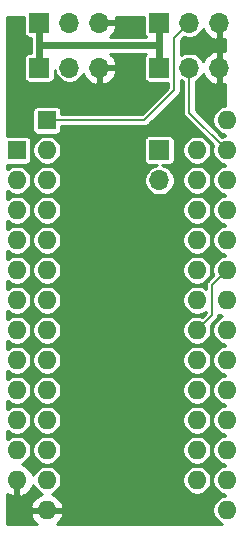
<source format=gtl>
G04 #@! TF.GenerationSoftware,KiCad,Pcbnew,(5.1.8)-1*
G04 #@! TF.CreationDate,2022-11-25T20:18:31+09:00*
G04 #@! TF.ProjectId,MZ80CGROM,4d5a3830-4347-4524-9f4d-2e6b69636164,rev?*
G04 #@! TF.SameCoordinates,PX48ab840PY9157080*
G04 #@! TF.FileFunction,Copper,L1,Top*
G04 #@! TF.FilePolarity,Positive*
%FSLAX46Y46*%
G04 Gerber Fmt 4.6, Leading zero omitted, Abs format (unit mm)*
G04 Created by KiCad (PCBNEW (5.1.8)-1) date 2022-11-25 20:18:31*
%MOMM*%
%LPD*%
G01*
G04 APERTURE LIST*
G04 #@! TA.AperFunction,ComponentPad*
%ADD10O,1.700000X1.700000*%
G04 #@! TD*
G04 #@! TA.AperFunction,ComponentPad*
%ADD11R,1.700000X1.700000*%
G04 #@! TD*
G04 #@! TA.AperFunction,ComponentPad*
%ADD12R,1.600000X1.600000*%
G04 #@! TD*
G04 #@! TA.AperFunction,ComponentPad*
%ADD13O,1.600000X1.600000*%
G04 #@! TD*
G04 #@! TA.AperFunction,ViaPad*
%ADD14C,0.600000*%
G04 #@! TD*
G04 #@! TA.AperFunction,Conductor*
%ADD15C,0.600000*%
G04 #@! TD*
G04 #@! TA.AperFunction,Conductor*
%ADD16C,0.200000*%
G04 #@! TD*
G04 #@! TA.AperFunction,Conductor*
%ADD17C,0.254000*%
G04 #@! TD*
G04 #@! TA.AperFunction,Conductor*
%ADD18C,0.100000*%
G04 #@! TD*
G04 APERTURE END LIST*
D10*
X13335000Y29845000D03*
D11*
X13335000Y32385000D03*
D12*
X3810000Y34925000D03*
D13*
X19050000Y1905000D03*
X3810000Y32385000D03*
X19050000Y4445000D03*
X3810000Y29845000D03*
X19050000Y6985000D03*
X3810000Y27305000D03*
X19050000Y9525000D03*
X3810000Y24765000D03*
X19050000Y12065000D03*
X3810000Y22225000D03*
X19050000Y14605000D03*
X3810000Y19685000D03*
X19050000Y17145000D03*
X3810000Y17145000D03*
X19050000Y19685000D03*
X3810000Y14605000D03*
X19050000Y22225000D03*
X3810000Y12065000D03*
X19050000Y24765000D03*
X3810000Y9525000D03*
X19050000Y27305000D03*
X3810000Y6985000D03*
X19050000Y29845000D03*
X3810000Y4445000D03*
X19050000Y32385000D03*
X3810000Y1905000D03*
X19050000Y34925000D03*
X16510000Y32385000D03*
X1270000Y4445000D03*
X16510000Y29845000D03*
X1270000Y6985000D03*
X16510000Y27305000D03*
X1270000Y9525000D03*
X16510000Y24765000D03*
X1270000Y12065000D03*
X16510000Y22225000D03*
X1270000Y14605000D03*
X16510000Y19685000D03*
X1270000Y17145000D03*
X16510000Y17145000D03*
X1270000Y19685000D03*
X16510000Y14605000D03*
X1270000Y22225000D03*
X16510000Y12065000D03*
X1270000Y24765000D03*
X16510000Y9525000D03*
X1270000Y27305000D03*
X16510000Y6985000D03*
X1270000Y29845000D03*
X16510000Y4445000D03*
D12*
X1270000Y32385000D03*
D11*
X3175000Y39370000D03*
D10*
X5715000Y39370000D03*
X8255000Y39370000D03*
X8255000Y43180000D03*
X5715000Y43180000D03*
D11*
X3175000Y43180000D03*
X13335000Y39370000D03*
D10*
X15875000Y39370000D03*
X18415000Y39370000D03*
X18415000Y43180000D03*
X15875000Y43180000D03*
D11*
X13335000Y43180000D03*
D14*
X13335000Y4445000D03*
X6350000Y4445000D03*
X13335000Y24765000D03*
X6350000Y24765000D03*
X13335000Y14605000D03*
X6350000Y32385000D03*
X6350000Y14605000D03*
X1270000Y34925000D03*
D15*
X3175000Y39370000D02*
X3175000Y41275000D01*
X3175000Y41275000D02*
X3175000Y43180000D01*
X13335000Y43180000D02*
X13335000Y41275000D01*
X13335000Y41275000D02*
X13335000Y39370000D01*
X3175000Y41275000D02*
X13335000Y41275000D01*
D16*
X16510000Y17145000D02*
X17780000Y18415000D01*
X17780000Y18415000D02*
X17780000Y20955000D01*
X17780000Y20955000D02*
X19050000Y22225000D01*
X19050000Y32385000D02*
X15875000Y35560000D01*
X15875000Y35560000D02*
X15875000Y39370000D01*
X3810000Y34925000D02*
X12065000Y34925000D01*
X14605000Y41910000D02*
X15875000Y43180000D01*
X14605000Y37465000D02*
X14605000Y41910000D01*
X14605000Y37465000D02*
X12065000Y34925000D01*
D17*
X1895934Y42330000D02*
X1904178Y42246293D01*
X1928595Y42165804D01*
X1968245Y42091624D01*
X2021605Y42026605D01*
X2086624Y41973245D01*
X2160804Y41933595D01*
X2241293Y41909178D01*
X2325000Y41900934D01*
X2448000Y41900934D01*
X2448000Y41310708D01*
X2444483Y41275000D01*
X2448001Y41239282D01*
X2448001Y40649066D01*
X2325000Y40649066D01*
X2241293Y40640822D01*
X2160804Y40616405D01*
X2086624Y40576755D01*
X2021605Y40523395D01*
X1968245Y40458376D01*
X1928595Y40384196D01*
X1904178Y40303707D01*
X1895934Y40220000D01*
X1895934Y38520000D01*
X1904178Y38436293D01*
X1928595Y38355804D01*
X1968245Y38281624D01*
X2021605Y38216605D01*
X2086624Y38163245D01*
X2160804Y38123595D01*
X2241293Y38099178D01*
X2325000Y38090934D01*
X4025000Y38090934D01*
X4108707Y38099178D01*
X4189196Y38123595D01*
X4263376Y38163245D01*
X4328395Y38216605D01*
X4381755Y38281624D01*
X4421405Y38355804D01*
X4445822Y38436293D01*
X4454066Y38520000D01*
X4454066Y39163456D01*
X4487074Y38997513D01*
X4583337Y38765114D01*
X4723089Y38555960D01*
X4900960Y38378089D01*
X5110114Y38238337D01*
X5342513Y38142074D01*
X5589226Y38093000D01*
X5840774Y38093000D01*
X6087487Y38142074D01*
X6319886Y38238337D01*
X6529040Y38378089D01*
X6706911Y38555960D01*
X6846663Y38765114D01*
X6876197Y38836416D01*
X6910843Y38738748D01*
X7059822Y38488645D01*
X7254731Y38272412D01*
X7488080Y38098359D01*
X7750901Y37973175D01*
X7898110Y37928524D01*
X8128000Y38049845D01*
X8128000Y39243000D01*
X8382000Y39243000D01*
X8382000Y38049845D01*
X8611890Y37928524D01*
X8759099Y37973175D01*
X9021920Y38098359D01*
X9255269Y38272412D01*
X9450178Y38488645D01*
X9599157Y38738748D01*
X9696481Y39013109D01*
X9575814Y39243000D01*
X8382000Y39243000D01*
X8128000Y39243000D01*
X8108000Y39243000D01*
X8108000Y39497000D01*
X8128000Y39497000D01*
X8128000Y39517000D01*
X8382000Y39517000D01*
X8382000Y39497000D01*
X9575814Y39497000D01*
X9696481Y39726891D01*
X9599157Y40001252D01*
X9450178Y40251355D01*
X9255269Y40467588D01*
X9147462Y40548000D01*
X12211586Y40548000D01*
X12181605Y40523395D01*
X12128245Y40458376D01*
X12088595Y40384196D01*
X12064178Y40303707D01*
X12055934Y40220000D01*
X12055934Y38520000D01*
X12064178Y38436293D01*
X12088595Y38355804D01*
X12128245Y38281624D01*
X12181605Y38216605D01*
X12246624Y38163245D01*
X12320804Y38123595D01*
X12401293Y38099178D01*
X12485000Y38090934D01*
X14078000Y38090934D01*
X14078000Y37683290D01*
X11846711Y35452000D01*
X5039066Y35452000D01*
X5039066Y35725000D01*
X5030822Y35808707D01*
X5006405Y35889196D01*
X4966755Y35963376D01*
X4913395Y36028395D01*
X4848376Y36081755D01*
X4774196Y36121405D01*
X4693707Y36145822D01*
X4610000Y36154066D01*
X3010000Y36154066D01*
X2926293Y36145822D01*
X2845804Y36121405D01*
X2771624Y36081755D01*
X2706605Y36028395D01*
X2653245Y35963376D01*
X2613595Y35889196D01*
X2589178Y35808707D01*
X2580934Y35725000D01*
X2580934Y34125000D01*
X2589178Y34041293D01*
X2613595Y33960804D01*
X2653245Y33886624D01*
X2706605Y33821605D01*
X2771624Y33768245D01*
X2845804Y33728595D01*
X2926293Y33704178D01*
X3010000Y33695934D01*
X4610000Y33695934D01*
X4693707Y33704178D01*
X4774196Y33728595D01*
X4848376Y33768245D01*
X4913395Y33821605D01*
X4966755Y33886624D01*
X5006405Y33960804D01*
X5030822Y34041293D01*
X5039066Y34125000D01*
X5039066Y34398000D01*
X12039119Y34398000D01*
X12065000Y34395451D01*
X12090881Y34398000D01*
X12168310Y34405626D01*
X12267650Y34435761D01*
X12359202Y34484696D01*
X12439448Y34550552D01*
X12455955Y34570666D01*
X14959339Y37074049D01*
X14979448Y37090552D01*
X15045304Y37170798D01*
X15094239Y37262350D01*
X15124374Y37361690D01*
X15132000Y37439119D01*
X15132000Y37439121D01*
X15134549Y37464999D01*
X15132000Y37490877D01*
X15132000Y38330622D01*
X15270114Y38238337D01*
X15348001Y38206075D01*
X15348000Y35585881D01*
X15345451Y35560000D01*
X15348000Y35534120D01*
X15355626Y35456691D01*
X15385761Y35357351D01*
X15434696Y35265798D01*
X15500552Y35185552D01*
X15520666Y35169045D01*
X17892605Y32797106D01*
X17870153Y32742903D01*
X17823000Y32505849D01*
X17823000Y32264151D01*
X17870153Y32027097D01*
X17962647Y31803798D01*
X18096927Y31602833D01*
X18267833Y31431927D01*
X18468798Y31297647D01*
X18692097Y31205153D01*
X18923000Y31159224D01*
X18923000Y31070776D01*
X18692097Y31024847D01*
X18468798Y30932353D01*
X18267833Y30798073D01*
X18096927Y30627167D01*
X17962647Y30426202D01*
X17870153Y30202903D01*
X17823000Y29965849D01*
X17823000Y29724151D01*
X17870153Y29487097D01*
X17962647Y29263798D01*
X18096927Y29062833D01*
X18267833Y28891927D01*
X18468798Y28757647D01*
X18692097Y28665153D01*
X18923000Y28619224D01*
X18923000Y28530776D01*
X18692097Y28484847D01*
X18468798Y28392353D01*
X18267833Y28258073D01*
X18096927Y28087167D01*
X17962647Y27886202D01*
X17870153Y27662903D01*
X17823000Y27425849D01*
X17823000Y27184151D01*
X17870153Y26947097D01*
X17962647Y26723798D01*
X18096927Y26522833D01*
X18267833Y26351927D01*
X18468798Y26217647D01*
X18692097Y26125153D01*
X18923000Y26079224D01*
X18923000Y25990776D01*
X18692097Y25944847D01*
X18468798Y25852353D01*
X18267833Y25718073D01*
X18096927Y25547167D01*
X17962647Y25346202D01*
X17870153Y25122903D01*
X17823000Y24885849D01*
X17823000Y24644151D01*
X17870153Y24407097D01*
X17962647Y24183798D01*
X18096927Y23982833D01*
X18267833Y23811927D01*
X18468798Y23677647D01*
X18692097Y23585153D01*
X18923000Y23539224D01*
X18923000Y23450776D01*
X18692097Y23404847D01*
X18468798Y23312353D01*
X18267833Y23178073D01*
X18096927Y23007167D01*
X17962647Y22806202D01*
X17870153Y22582903D01*
X17823000Y22345849D01*
X17823000Y22104151D01*
X17870153Y21867097D01*
X17892605Y21812894D01*
X17425662Y21345951D01*
X17405553Y21329448D01*
X17358347Y21271927D01*
X17339696Y21249201D01*
X17290761Y21157649D01*
X17260626Y21058309D01*
X17250451Y20955000D01*
X17253001Y20929109D01*
X17253001Y20664243D01*
X17091202Y20772353D01*
X16867903Y20864847D01*
X16630849Y20912000D01*
X16389151Y20912000D01*
X16152097Y20864847D01*
X15928798Y20772353D01*
X15727833Y20638073D01*
X15556927Y20467167D01*
X15422647Y20266202D01*
X15330153Y20042903D01*
X15283000Y19805849D01*
X15283000Y19564151D01*
X15330153Y19327097D01*
X15422647Y19103798D01*
X15556927Y18902833D01*
X15727833Y18731927D01*
X15928798Y18597647D01*
X16152097Y18505153D01*
X16389151Y18458000D01*
X16630849Y18458000D01*
X16867903Y18505153D01*
X17091202Y18597647D01*
X17253000Y18705757D01*
X17253000Y18633290D01*
X16922106Y18302395D01*
X16867903Y18324847D01*
X16630849Y18372000D01*
X16389151Y18372000D01*
X16152097Y18324847D01*
X15928798Y18232353D01*
X15727833Y18098073D01*
X15556927Y17927167D01*
X15422647Y17726202D01*
X15330153Y17502903D01*
X15283000Y17265849D01*
X15283000Y17024151D01*
X15330153Y16787097D01*
X15422647Y16563798D01*
X15556927Y16362833D01*
X15727833Y16191927D01*
X15928798Y16057647D01*
X16152097Y15965153D01*
X16389151Y15918000D01*
X16630849Y15918000D01*
X16867903Y15965153D01*
X17091202Y16057647D01*
X17292167Y16191927D01*
X17463073Y16362833D01*
X17597353Y16563798D01*
X17689847Y16787097D01*
X17737000Y17024151D01*
X17737000Y17265849D01*
X17689847Y17502903D01*
X17667395Y17557106D01*
X18134339Y18024049D01*
X18154448Y18040552D01*
X18220304Y18120798D01*
X18269239Y18212350D01*
X18299374Y18311690D01*
X18307000Y18389119D01*
X18307000Y18389120D01*
X18309549Y18414999D01*
X18307000Y18440880D01*
X18307000Y18465367D01*
X18436119Y18387930D01*
X18655088Y18309517D01*
X18468798Y18232353D01*
X18267833Y18098073D01*
X18096927Y17927167D01*
X17962647Y17726202D01*
X17870153Y17502903D01*
X17823000Y17265849D01*
X17823000Y17024151D01*
X17870153Y16787097D01*
X17962647Y16563798D01*
X18096927Y16362833D01*
X18267833Y16191927D01*
X18468798Y16057647D01*
X18692097Y15965153D01*
X18923000Y15919224D01*
X18923000Y15830776D01*
X18692097Y15784847D01*
X18468798Y15692353D01*
X18267833Y15558073D01*
X18096927Y15387167D01*
X17962647Y15186202D01*
X17870153Y14962903D01*
X17823000Y14725849D01*
X17823000Y14484151D01*
X17870153Y14247097D01*
X17962647Y14023798D01*
X18096927Y13822833D01*
X18267833Y13651927D01*
X18468798Y13517647D01*
X18692097Y13425153D01*
X18923000Y13379224D01*
X18923000Y13290776D01*
X18692097Y13244847D01*
X18468798Y13152353D01*
X18267833Y13018073D01*
X18096927Y12847167D01*
X17962647Y12646202D01*
X17870153Y12422903D01*
X17823000Y12185849D01*
X17823000Y11944151D01*
X17870153Y11707097D01*
X17962647Y11483798D01*
X18096927Y11282833D01*
X18267833Y11111927D01*
X18468798Y10977647D01*
X18692097Y10885153D01*
X18923000Y10839224D01*
X18923000Y10750776D01*
X18692097Y10704847D01*
X18468798Y10612353D01*
X18267833Y10478073D01*
X18096927Y10307167D01*
X17962647Y10106202D01*
X17870153Y9882903D01*
X17823000Y9645849D01*
X17823000Y9404151D01*
X17870153Y9167097D01*
X17962647Y8943798D01*
X18096927Y8742833D01*
X18267833Y8571927D01*
X18468798Y8437647D01*
X18692097Y8345153D01*
X18923000Y8299224D01*
X18923000Y8210776D01*
X18692097Y8164847D01*
X18468798Y8072353D01*
X18267833Y7938073D01*
X18096927Y7767167D01*
X17962647Y7566202D01*
X17870153Y7342903D01*
X17823000Y7105849D01*
X17823000Y6864151D01*
X17870153Y6627097D01*
X17962647Y6403798D01*
X18096927Y6202833D01*
X18267833Y6031927D01*
X18468798Y5897647D01*
X18692097Y5805153D01*
X18923000Y5759224D01*
X18923000Y5670776D01*
X18692097Y5624847D01*
X18468798Y5532353D01*
X18267833Y5398073D01*
X18096927Y5227167D01*
X17962647Y5026202D01*
X17870153Y4802903D01*
X17823000Y4565849D01*
X17823000Y4324151D01*
X17870153Y4087097D01*
X17962647Y3863798D01*
X18096927Y3662833D01*
X18267833Y3491927D01*
X18468798Y3357647D01*
X18692097Y3265153D01*
X18923000Y3219224D01*
X18923000Y3130776D01*
X18692097Y3084847D01*
X18468798Y2992353D01*
X18267833Y2858073D01*
X18096927Y2687167D01*
X17962647Y2486202D01*
X17870153Y2262903D01*
X17823000Y2025849D01*
X17823000Y1784151D01*
X17870153Y1547097D01*
X17962647Y1323798D01*
X18096927Y1122833D01*
X18267833Y951927D01*
X18468798Y817647D01*
X18603141Y762000D01*
X4675480Y762000D01*
X4873519Y941586D01*
X5041037Y1167580D01*
X5161246Y1421913D01*
X5201904Y1555961D01*
X5079915Y1778000D01*
X3937000Y1778000D01*
X3937000Y1758000D01*
X3683000Y1758000D01*
X3683000Y1778000D01*
X2540085Y1778000D01*
X2418096Y1555961D01*
X2458754Y1421913D01*
X2578963Y1167580D01*
X2746481Y941586D01*
X2944520Y762000D01*
X452000Y762000D01*
X452000Y3270346D01*
X656119Y3147930D01*
X920960Y3053091D01*
X1143000Y3174376D01*
X1143000Y4318000D01*
X1123000Y4318000D01*
X1123000Y4572000D01*
X1143000Y4572000D01*
X1143000Y4592000D01*
X1397000Y4592000D01*
X1397000Y4572000D01*
X1417000Y4572000D01*
X1417000Y4318000D01*
X1397000Y4318000D01*
X1397000Y3174376D01*
X1619040Y3053091D01*
X1883881Y3147930D01*
X2125131Y3292615D01*
X2333519Y3481586D01*
X2501037Y3707580D01*
X2621246Y3961913D01*
X2646930Y4046593D01*
X2722647Y3863798D01*
X2856927Y3662833D01*
X3027833Y3491927D01*
X3228798Y3357647D01*
X3415088Y3280483D01*
X3196119Y3202070D01*
X2954869Y3057385D01*
X2746481Y2868414D01*
X2578963Y2642420D01*
X2458754Y2388087D01*
X2418096Y2254039D01*
X2540085Y2032000D01*
X3683000Y2032000D01*
X3683000Y2052000D01*
X3937000Y2052000D01*
X3937000Y2032000D01*
X5079915Y2032000D01*
X5201904Y2254039D01*
X5161246Y2388087D01*
X5041037Y2642420D01*
X4873519Y2868414D01*
X4665131Y3057385D01*
X4423881Y3202070D01*
X4204912Y3280483D01*
X4391202Y3357647D01*
X4592167Y3491927D01*
X4763073Y3662833D01*
X4897353Y3863798D01*
X4989847Y4087097D01*
X5037000Y4324151D01*
X5037000Y4565849D01*
X15283000Y4565849D01*
X15283000Y4324151D01*
X15330153Y4087097D01*
X15422647Y3863798D01*
X15556927Y3662833D01*
X15727833Y3491927D01*
X15928798Y3357647D01*
X16152097Y3265153D01*
X16389151Y3218000D01*
X16630849Y3218000D01*
X16867903Y3265153D01*
X17091202Y3357647D01*
X17292167Y3491927D01*
X17463073Y3662833D01*
X17597353Y3863798D01*
X17689847Y4087097D01*
X17737000Y4324151D01*
X17737000Y4565849D01*
X17689847Y4802903D01*
X17597353Y5026202D01*
X17463073Y5227167D01*
X17292167Y5398073D01*
X17091202Y5532353D01*
X16867903Y5624847D01*
X16630849Y5672000D01*
X16389151Y5672000D01*
X16152097Y5624847D01*
X15928798Y5532353D01*
X15727833Y5398073D01*
X15556927Y5227167D01*
X15422647Y5026202D01*
X15330153Y4802903D01*
X15283000Y4565849D01*
X5037000Y4565849D01*
X4989847Y4802903D01*
X4897353Y5026202D01*
X4763073Y5227167D01*
X4592167Y5398073D01*
X4391202Y5532353D01*
X4167903Y5624847D01*
X3930849Y5672000D01*
X3689151Y5672000D01*
X3452097Y5624847D01*
X3228798Y5532353D01*
X3027833Y5398073D01*
X2856927Y5227167D01*
X2722647Y5026202D01*
X2646930Y4843407D01*
X2621246Y4928087D01*
X2501037Y5182420D01*
X2333519Y5408414D01*
X2125131Y5597385D01*
X1883881Y5742070D01*
X1664912Y5820483D01*
X1851202Y5897647D01*
X2052167Y6031927D01*
X2223073Y6202833D01*
X2357353Y6403798D01*
X2449847Y6627097D01*
X2497000Y6864151D01*
X2497000Y7105849D01*
X2583000Y7105849D01*
X2583000Y6864151D01*
X2630153Y6627097D01*
X2722647Y6403798D01*
X2856927Y6202833D01*
X3027833Y6031927D01*
X3228798Y5897647D01*
X3452097Y5805153D01*
X3689151Y5758000D01*
X3930849Y5758000D01*
X4167903Y5805153D01*
X4391202Y5897647D01*
X4592167Y6031927D01*
X4763073Y6202833D01*
X4897353Y6403798D01*
X4989847Y6627097D01*
X5037000Y6864151D01*
X5037000Y7105849D01*
X15283000Y7105849D01*
X15283000Y6864151D01*
X15330153Y6627097D01*
X15422647Y6403798D01*
X15556927Y6202833D01*
X15727833Y6031927D01*
X15928798Y5897647D01*
X16152097Y5805153D01*
X16389151Y5758000D01*
X16630849Y5758000D01*
X16867903Y5805153D01*
X17091202Y5897647D01*
X17292167Y6031927D01*
X17463073Y6202833D01*
X17597353Y6403798D01*
X17689847Y6627097D01*
X17737000Y6864151D01*
X17737000Y7105849D01*
X17689847Y7342903D01*
X17597353Y7566202D01*
X17463073Y7767167D01*
X17292167Y7938073D01*
X17091202Y8072353D01*
X16867903Y8164847D01*
X16630849Y8212000D01*
X16389151Y8212000D01*
X16152097Y8164847D01*
X15928798Y8072353D01*
X15727833Y7938073D01*
X15556927Y7767167D01*
X15422647Y7566202D01*
X15330153Y7342903D01*
X15283000Y7105849D01*
X5037000Y7105849D01*
X4989847Y7342903D01*
X4897353Y7566202D01*
X4763073Y7767167D01*
X4592167Y7938073D01*
X4391202Y8072353D01*
X4167903Y8164847D01*
X3930849Y8212000D01*
X3689151Y8212000D01*
X3452097Y8164847D01*
X3228798Y8072353D01*
X3027833Y7938073D01*
X2856927Y7767167D01*
X2722647Y7566202D01*
X2630153Y7342903D01*
X2583000Y7105849D01*
X2497000Y7105849D01*
X2449847Y7342903D01*
X2357353Y7566202D01*
X2223073Y7767167D01*
X2052167Y7938073D01*
X1851202Y8072353D01*
X1627903Y8164847D01*
X1390849Y8212000D01*
X1149151Y8212000D01*
X912097Y8164847D01*
X688798Y8072353D01*
X487833Y7938073D01*
X452000Y7902240D01*
X452000Y8607760D01*
X487833Y8571927D01*
X688798Y8437647D01*
X912097Y8345153D01*
X1149151Y8298000D01*
X1390849Y8298000D01*
X1627903Y8345153D01*
X1851202Y8437647D01*
X2052167Y8571927D01*
X2223073Y8742833D01*
X2357353Y8943798D01*
X2449847Y9167097D01*
X2497000Y9404151D01*
X2497000Y9645849D01*
X2583000Y9645849D01*
X2583000Y9404151D01*
X2630153Y9167097D01*
X2722647Y8943798D01*
X2856927Y8742833D01*
X3027833Y8571927D01*
X3228798Y8437647D01*
X3452097Y8345153D01*
X3689151Y8298000D01*
X3930849Y8298000D01*
X4167903Y8345153D01*
X4391202Y8437647D01*
X4592167Y8571927D01*
X4763073Y8742833D01*
X4897353Y8943798D01*
X4989847Y9167097D01*
X5037000Y9404151D01*
X5037000Y9645849D01*
X15283000Y9645849D01*
X15283000Y9404151D01*
X15330153Y9167097D01*
X15422647Y8943798D01*
X15556927Y8742833D01*
X15727833Y8571927D01*
X15928798Y8437647D01*
X16152097Y8345153D01*
X16389151Y8298000D01*
X16630849Y8298000D01*
X16867903Y8345153D01*
X17091202Y8437647D01*
X17292167Y8571927D01*
X17463073Y8742833D01*
X17597353Y8943798D01*
X17689847Y9167097D01*
X17737000Y9404151D01*
X17737000Y9645849D01*
X17689847Y9882903D01*
X17597353Y10106202D01*
X17463073Y10307167D01*
X17292167Y10478073D01*
X17091202Y10612353D01*
X16867903Y10704847D01*
X16630849Y10752000D01*
X16389151Y10752000D01*
X16152097Y10704847D01*
X15928798Y10612353D01*
X15727833Y10478073D01*
X15556927Y10307167D01*
X15422647Y10106202D01*
X15330153Y9882903D01*
X15283000Y9645849D01*
X5037000Y9645849D01*
X4989847Y9882903D01*
X4897353Y10106202D01*
X4763073Y10307167D01*
X4592167Y10478073D01*
X4391202Y10612353D01*
X4167903Y10704847D01*
X3930849Y10752000D01*
X3689151Y10752000D01*
X3452097Y10704847D01*
X3228798Y10612353D01*
X3027833Y10478073D01*
X2856927Y10307167D01*
X2722647Y10106202D01*
X2630153Y9882903D01*
X2583000Y9645849D01*
X2497000Y9645849D01*
X2449847Y9882903D01*
X2357353Y10106202D01*
X2223073Y10307167D01*
X2052167Y10478073D01*
X1851202Y10612353D01*
X1627903Y10704847D01*
X1390849Y10752000D01*
X1149151Y10752000D01*
X912097Y10704847D01*
X688798Y10612353D01*
X487833Y10478073D01*
X452000Y10442240D01*
X452000Y11147760D01*
X487833Y11111927D01*
X688798Y10977647D01*
X912097Y10885153D01*
X1149151Y10838000D01*
X1390849Y10838000D01*
X1627903Y10885153D01*
X1851202Y10977647D01*
X2052167Y11111927D01*
X2223073Y11282833D01*
X2357353Y11483798D01*
X2449847Y11707097D01*
X2497000Y11944151D01*
X2497000Y12185849D01*
X2583000Y12185849D01*
X2583000Y11944151D01*
X2630153Y11707097D01*
X2722647Y11483798D01*
X2856927Y11282833D01*
X3027833Y11111927D01*
X3228798Y10977647D01*
X3452097Y10885153D01*
X3689151Y10838000D01*
X3930849Y10838000D01*
X4167903Y10885153D01*
X4391202Y10977647D01*
X4592167Y11111927D01*
X4763073Y11282833D01*
X4897353Y11483798D01*
X4989847Y11707097D01*
X5037000Y11944151D01*
X5037000Y12185849D01*
X15283000Y12185849D01*
X15283000Y11944151D01*
X15330153Y11707097D01*
X15422647Y11483798D01*
X15556927Y11282833D01*
X15727833Y11111927D01*
X15928798Y10977647D01*
X16152097Y10885153D01*
X16389151Y10838000D01*
X16630849Y10838000D01*
X16867903Y10885153D01*
X17091202Y10977647D01*
X17292167Y11111927D01*
X17463073Y11282833D01*
X17597353Y11483798D01*
X17689847Y11707097D01*
X17737000Y11944151D01*
X17737000Y12185849D01*
X17689847Y12422903D01*
X17597353Y12646202D01*
X17463073Y12847167D01*
X17292167Y13018073D01*
X17091202Y13152353D01*
X16867903Y13244847D01*
X16630849Y13292000D01*
X16389151Y13292000D01*
X16152097Y13244847D01*
X15928798Y13152353D01*
X15727833Y13018073D01*
X15556927Y12847167D01*
X15422647Y12646202D01*
X15330153Y12422903D01*
X15283000Y12185849D01*
X5037000Y12185849D01*
X4989847Y12422903D01*
X4897353Y12646202D01*
X4763073Y12847167D01*
X4592167Y13018073D01*
X4391202Y13152353D01*
X4167903Y13244847D01*
X3930849Y13292000D01*
X3689151Y13292000D01*
X3452097Y13244847D01*
X3228798Y13152353D01*
X3027833Y13018073D01*
X2856927Y12847167D01*
X2722647Y12646202D01*
X2630153Y12422903D01*
X2583000Y12185849D01*
X2497000Y12185849D01*
X2449847Y12422903D01*
X2357353Y12646202D01*
X2223073Y12847167D01*
X2052167Y13018073D01*
X1851202Y13152353D01*
X1627903Y13244847D01*
X1390849Y13292000D01*
X1149151Y13292000D01*
X912097Y13244847D01*
X688798Y13152353D01*
X487833Y13018073D01*
X452000Y12982240D01*
X452000Y13687760D01*
X487833Y13651927D01*
X688798Y13517647D01*
X912097Y13425153D01*
X1149151Y13378000D01*
X1390849Y13378000D01*
X1627903Y13425153D01*
X1851202Y13517647D01*
X2052167Y13651927D01*
X2223073Y13822833D01*
X2357353Y14023798D01*
X2449847Y14247097D01*
X2497000Y14484151D01*
X2497000Y14725849D01*
X2583000Y14725849D01*
X2583000Y14484151D01*
X2630153Y14247097D01*
X2722647Y14023798D01*
X2856927Y13822833D01*
X3027833Y13651927D01*
X3228798Y13517647D01*
X3452097Y13425153D01*
X3689151Y13378000D01*
X3930849Y13378000D01*
X4167903Y13425153D01*
X4391202Y13517647D01*
X4592167Y13651927D01*
X4763073Y13822833D01*
X4897353Y14023798D01*
X4989847Y14247097D01*
X5037000Y14484151D01*
X5037000Y14725849D01*
X15283000Y14725849D01*
X15283000Y14484151D01*
X15330153Y14247097D01*
X15422647Y14023798D01*
X15556927Y13822833D01*
X15727833Y13651927D01*
X15928798Y13517647D01*
X16152097Y13425153D01*
X16389151Y13378000D01*
X16630849Y13378000D01*
X16867903Y13425153D01*
X17091202Y13517647D01*
X17292167Y13651927D01*
X17463073Y13822833D01*
X17597353Y14023798D01*
X17689847Y14247097D01*
X17737000Y14484151D01*
X17737000Y14725849D01*
X17689847Y14962903D01*
X17597353Y15186202D01*
X17463073Y15387167D01*
X17292167Y15558073D01*
X17091202Y15692353D01*
X16867903Y15784847D01*
X16630849Y15832000D01*
X16389151Y15832000D01*
X16152097Y15784847D01*
X15928798Y15692353D01*
X15727833Y15558073D01*
X15556927Y15387167D01*
X15422647Y15186202D01*
X15330153Y14962903D01*
X15283000Y14725849D01*
X5037000Y14725849D01*
X4989847Y14962903D01*
X4897353Y15186202D01*
X4763073Y15387167D01*
X4592167Y15558073D01*
X4391202Y15692353D01*
X4167903Y15784847D01*
X3930849Y15832000D01*
X3689151Y15832000D01*
X3452097Y15784847D01*
X3228798Y15692353D01*
X3027833Y15558073D01*
X2856927Y15387167D01*
X2722647Y15186202D01*
X2630153Y14962903D01*
X2583000Y14725849D01*
X2497000Y14725849D01*
X2449847Y14962903D01*
X2357353Y15186202D01*
X2223073Y15387167D01*
X2052167Y15558073D01*
X1851202Y15692353D01*
X1627903Y15784847D01*
X1390849Y15832000D01*
X1149151Y15832000D01*
X912097Y15784847D01*
X688798Y15692353D01*
X487833Y15558073D01*
X452000Y15522240D01*
X452000Y16227760D01*
X487833Y16191927D01*
X688798Y16057647D01*
X912097Y15965153D01*
X1149151Y15918000D01*
X1390849Y15918000D01*
X1627903Y15965153D01*
X1851202Y16057647D01*
X2052167Y16191927D01*
X2223073Y16362833D01*
X2357353Y16563798D01*
X2449847Y16787097D01*
X2497000Y17024151D01*
X2497000Y17265849D01*
X2583000Y17265849D01*
X2583000Y17024151D01*
X2630153Y16787097D01*
X2722647Y16563798D01*
X2856927Y16362833D01*
X3027833Y16191927D01*
X3228798Y16057647D01*
X3452097Y15965153D01*
X3689151Y15918000D01*
X3930849Y15918000D01*
X4167903Y15965153D01*
X4391202Y16057647D01*
X4592167Y16191927D01*
X4763073Y16362833D01*
X4897353Y16563798D01*
X4989847Y16787097D01*
X5037000Y17024151D01*
X5037000Y17265849D01*
X4989847Y17502903D01*
X4897353Y17726202D01*
X4763073Y17927167D01*
X4592167Y18098073D01*
X4391202Y18232353D01*
X4167903Y18324847D01*
X3930849Y18372000D01*
X3689151Y18372000D01*
X3452097Y18324847D01*
X3228798Y18232353D01*
X3027833Y18098073D01*
X2856927Y17927167D01*
X2722647Y17726202D01*
X2630153Y17502903D01*
X2583000Y17265849D01*
X2497000Y17265849D01*
X2449847Y17502903D01*
X2357353Y17726202D01*
X2223073Y17927167D01*
X2052167Y18098073D01*
X1851202Y18232353D01*
X1627903Y18324847D01*
X1390849Y18372000D01*
X1149151Y18372000D01*
X912097Y18324847D01*
X688798Y18232353D01*
X487833Y18098073D01*
X452000Y18062240D01*
X452000Y18767760D01*
X487833Y18731927D01*
X688798Y18597647D01*
X912097Y18505153D01*
X1149151Y18458000D01*
X1390849Y18458000D01*
X1627903Y18505153D01*
X1851202Y18597647D01*
X2052167Y18731927D01*
X2223073Y18902833D01*
X2357353Y19103798D01*
X2449847Y19327097D01*
X2497000Y19564151D01*
X2497000Y19805849D01*
X2583000Y19805849D01*
X2583000Y19564151D01*
X2630153Y19327097D01*
X2722647Y19103798D01*
X2856927Y18902833D01*
X3027833Y18731927D01*
X3228798Y18597647D01*
X3452097Y18505153D01*
X3689151Y18458000D01*
X3930849Y18458000D01*
X4167903Y18505153D01*
X4391202Y18597647D01*
X4592167Y18731927D01*
X4763073Y18902833D01*
X4897353Y19103798D01*
X4989847Y19327097D01*
X5037000Y19564151D01*
X5037000Y19805849D01*
X4989847Y20042903D01*
X4897353Y20266202D01*
X4763073Y20467167D01*
X4592167Y20638073D01*
X4391202Y20772353D01*
X4167903Y20864847D01*
X3930849Y20912000D01*
X3689151Y20912000D01*
X3452097Y20864847D01*
X3228798Y20772353D01*
X3027833Y20638073D01*
X2856927Y20467167D01*
X2722647Y20266202D01*
X2630153Y20042903D01*
X2583000Y19805849D01*
X2497000Y19805849D01*
X2449847Y20042903D01*
X2357353Y20266202D01*
X2223073Y20467167D01*
X2052167Y20638073D01*
X1851202Y20772353D01*
X1627903Y20864847D01*
X1390849Y20912000D01*
X1149151Y20912000D01*
X912097Y20864847D01*
X688798Y20772353D01*
X487833Y20638073D01*
X452000Y20602240D01*
X452000Y21307760D01*
X487833Y21271927D01*
X688798Y21137647D01*
X912097Y21045153D01*
X1149151Y20998000D01*
X1390849Y20998000D01*
X1627903Y21045153D01*
X1851202Y21137647D01*
X2052167Y21271927D01*
X2223073Y21442833D01*
X2357353Y21643798D01*
X2449847Y21867097D01*
X2497000Y22104151D01*
X2497000Y22345849D01*
X2583000Y22345849D01*
X2583000Y22104151D01*
X2630153Y21867097D01*
X2722647Y21643798D01*
X2856927Y21442833D01*
X3027833Y21271927D01*
X3228798Y21137647D01*
X3452097Y21045153D01*
X3689151Y20998000D01*
X3930849Y20998000D01*
X4167903Y21045153D01*
X4391202Y21137647D01*
X4592167Y21271927D01*
X4763073Y21442833D01*
X4897353Y21643798D01*
X4989847Y21867097D01*
X5037000Y22104151D01*
X5037000Y22345849D01*
X15283000Y22345849D01*
X15283000Y22104151D01*
X15330153Y21867097D01*
X15422647Y21643798D01*
X15556927Y21442833D01*
X15727833Y21271927D01*
X15928798Y21137647D01*
X16152097Y21045153D01*
X16389151Y20998000D01*
X16630849Y20998000D01*
X16867903Y21045153D01*
X17091202Y21137647D01*
X17292167Y21271927D01*
X17463073Y21442833D01*
X17597353Y21643798D01*
X17689847Y21867097D01*
X17737000Y22104151D01*
X17737000Y22345849D01*
X17689847Y22582903D01*
X17597353Y22806202D01*
X17463073Y23007167D01*
X17292167Y23178073D01*
X17091202Y23312353D01*
X16867903Y23404847D01*
X16630849Y23452000D01*
X16389151Y23452000D01*
X16152097Y23404847D01*
X15928798Y23312353D01*
X15727833Y23178073D01*
X15556927Y23007167D01*
X15422647Y22806202D01*
X15330153Y22582903D01*
X15283000Y22345849D01*
X5037000Y22345849D01*
X4989847Y22582903D01*
X4897353Y22806202D01*
X4763073Y23007167D01*
X4592167Y23178073D01*
X4391202Y23312353D01*
X4167903Y23404847D01*
X3930849Y23452000D01*
X3689151Y23452000D01*
X3452097Y23404847D01*
X3228798Y23312353D01*
X3027833Y23178073D01*
X2856927Y23007167D01*
X2722647Y22806202D01*
X2630153Y22582903D01*
X2583000Y22345849D01*
X2497000Y22345849D01*
X2449847Y22582903D01*
X2357353Y22806202D01*
X2223073Y23007167D01*
X2052167Y23178073D01*
X1851202Y23312353D01*
X1627903Y23404847D01*
X1390849Y23452000D01*
X1149151Y23452000D01*
X912097Y23404847D01*
X688798Y23312353D01*
X487833Y23178073D01*
X452000Y23142240D01*
X452000Y23847760D01*
X487833Y23811927D01*
X688798Y23677647D01*
X912097Y23585153D01*
X1149151Y23538000D01*
X1390849Y23538000D01*
X1627903Y23585153D01*
X1851202Y23677647D01*
X2052167Y23811927D01*
X2223073Y23982833D01*
X2357353Y24183798D01*
X2449847Y24407097D01*
X2497000Y24644151D01*
X2497000Y24885849D01*
X2583000Y24885849D01*
X2583000Y24644151D01*
X2630153Y24407097D01*
X2722647Y24183798D01*
X2856927Y23982833D01*
X3027833Y23811927D01*
X3228798Y23677647D01*
X3452097Y23585153D01*
X3689151Y23538000D01*
X3930849Y23538000D01*
X4167903Y23585153D01*
X4391202Y23677647D01*
X4592167Y23811927D01*
X4763073Y23982833D01*
X4897353Y24183798D01*
X4989847Y24407097D01*
X5037000Y24644151D01*
X5037000Y24885849D01*
X15283000Y24885849D01*
X15283000Y24644151D01*
X15330153Y24407097D01*
X15422647Y24183798D01*
X15556927Y23982833D01*
X15727833Y23811927D01*
X15928798Y23677647D01*
X16152097Y23585153D01*
X16389151Y23538000D01*
X16630849Y23538000D01*
X16867903Y23585153D01*
X17091202Y23677647D01*
X17292167Y23811927D01*
X17463073Y23982833D01*
X17597353Y24183798D01*
X17689847Y24407097D01*
X17737000Y24644151D01*
X17737000Y24885849D01*
X17689847Y25122903D01*
X17597353Y25346202D01*
X17463073Y25547167D01*
X17292167Y25718073D01*
X17091202Y25852353D01*
X16867903Y25944847D01*
X16630849Y25992000D01*
X16389151Y25992000D01*
X16152097Y25944847D01*
X15928798Y25852353D01*
X15727833Y25718073D01*
X15556927Y25547167D01*
X15422647Y25346202D01*
X15330153Y25122903D01*
X15283000Y24885849D01*
X5037000Y24885849D01*
X4989847Y25122903D01*
X4897353Y25346202D01*
X4763073Y25547167D01*
X4592167Y25718073D01*
X4391202Y25852353D01*
X4167903Y25944847D01*
X3930849Y25992000D01*
X3689151Y25992000D01*
X3452097Y25944847D01*
X3228798Y25852353D01*
X3027833Y25718073D01*
X2856927Y25547167D01*
X2722647Y25346202D01*
X2630153Y25122903D01*
X2583000Y24885849D01*
X2497000Y24885849D01*
X2449847Y25122903D01*
X2357353Y25346202D01*
X2223073Y25547167D01*
X2052167Y25718073D01*
X1851202Y25852353D01*
X1627903Y25944847D01*
X1390849Y25992000D01*
X1149151Y25992000D01*
X912097Y25944847D01*
X688798Y25852353D01*
X487833Y25718073D01*
X452000Y25682240D01*
X452000Y26387760D01*
X487833Y26351927D01*
X688798Y26217647D01*
X912097Y26125153D01*
X1149151Y26078000D01*
X1390849Y26078000D01*
X1627903Y26125153D01*
X1851202Y26217647D01*
X2052167Y26351927D01*
X2223073Y26522833D01*
X2357353Y26723798D01*
X2449847Y26947097D01*
X2497000Y27184151D01*
X2497000Y27425849D01*
X2583000Y27425849D01*
X2583000Y27184151D01*
X2630153Y26947097D01*
X2722647Y26723798D01*
X2856927Y26522833D01*
X3027833Y26351927D01*
X3228798Y26217647D01*
X3452097Y26125153D01*
X3689151Y26078000D01*
X3930849Y26078000D01*
X4167903Y26125153D01*
X4391202Y26217647D01*
X4592167Y26351927D01*
X4763073Y26522833D01*
X4897353Y26723798D01*
X4989847Y26947097D01*
X5037000Y27184151D01*
X5037000Y27425849D01*
X15283000Y27425849D01*
X15283000Y27184151D01*
X15330153Y26947097D01*
X15422647Y26723798D01*
X15556927Y26522833D01*
X15727833Y26351927D01*
X15928798Y26217647D01*
X16152097Y26125153D01*
X16389151Y26078000D01*
X16630849Y26078000D01*
X16867903Y26125153D01*
X17091202Y26217647D01*
X17292167Y26351927D01*
X17463073Y26522833D01*
X17597353Y26723798D01*
X17689847Y26947097D01*
X17737000Y27184151D01*
X17737000Y27425849D01*
X17689847Y27662903D01*
X17597353Y27886202D01*
X17463073Y28087167D01*
X17292167Y28258073D01*
X17091202Y28392353D01*
X16867903Y28484847D01*
X16630849Y28532000D01*
X16389151Y28532000D01*
X16152097Y28484847D01*
X15928798Y28392353D01*
X15727833Y28258073D01*
X15556927Y28087167D01*
X15422647Y27886202D01*
X15330153Y27662903D01*
X15283000Y27425849D01*
X5037000Y27425849D01*
X4989847Y27662903D01*
X4897353Y27886202D01*
X4763073Y28087167D01*
X4592167Y28258073D01*
X4391202Y28392353D01*
X4167903Y28484847D01*
X3930849Y28532000D01*
X3689151Y28532000D01*
X3452097Y28484847D01*
X3228798Y28392353D01*
X3027833Y28258073D01*
X2856927Y28087167D01*
X2722647Y27886202D01*
X2630153Y27662903D01*
X2583000Y27425849D01*
X2497000Y27425849D01*
X2449847Y27662903D01*
X2357353Y27886202D01*
X2223073Y28087167D01*
X2052167Y28258073D01*
X1851202Y28392353D01*
X1627903Y28484847D01*
X1390849Y28532000D01*
X1149151Y28532000D01*
X912097Y28484847D01*
X688798Y28392353D01*
X487833Y28258073D01*
X452000Y28222240D01*
X452000Y28927760D01*
X487833Y28891927D01*
X688798Y28757647D01*
X912097Y28665153D01*
X1149151Y28618000D01*
X1390849Y28618000D01*
X1627903Y28665153D01*
X1851202Y28757647D01*
X2052167Y28891927D01*
X2223073Y29062833D01*
X2357353Y29263798D01*
X2449847Y29487097D01*
X2497000Y29724151D01*
X2497000Y29965849D01*
X2583000Y29965849D01*
X2583000Y29724151D01*
X2630153Y29487097D01*
X2722647Y29263798D01*
X2856927Y29062833D01*
X3027833Y28891927D01*
X3228798Y28757647D01*
X3452097Y28665153D01*
X3689151Y28618000D01*
X3930849Y28618000D01*
X4167903Y28665153D01*
X4391202Y28757647D01*
X4592167Y28891927D01*
X4763073Y29062833D01*
X4897353Y29263798D01*
X4989847Y29487097D01*
X5037000Y29724151D01*
X5037000Y29965849D01*
X4989847Y30202903D01*
X4897353Y30426202D01*
X4763073Y30627167D01*
X4592167Y30798073D01*
X4391202Y30932353D01*
X4167903Y31024847D01*
X3930849Y31072000D01*
X3689151Y31072000D01*
X3452097Y31024847D01*
X3228798Y30932353D01*
X3027833Y30798073D01*
X2856927Y30627167D01*
X2722647Y30426202D01*
X2630153Y30202903D01*
X2583000Y29965849D01*
X2497000Y29965849D01*
X2449847Y30202903D01*
X2357353Y30426202D01*
X2223073Y30627167D01*
X2052167Y30798073D01*
X1851202Y30932353D01*
X1627903Y31024847D01*
X1390849Y31072000D01*
X1149151Y31072000D01*
X912097Y31024847D01*
X688798Y30932353D01*
X487833Y30798073D01*
X452000Y30762240D01*
X452000Y31157707D01*
X470000Y31155934D01*
X2070000Y31155934D01*
X2153707Y31164178D01*
X2234196Y31188595D01*
X2308376Y31228245D01*
X2373395Y31281605D01*
X2426755Y31346624D01*
X2466405Y31420804D01*
X2490822Y31501293D01*
X2499066Y31585000D01*
X2499066Y32505849D01*
X2583000Y32505849D01*
X2583000Y32264151D01*
X2630153Y32027097D01*
X2722647Y31803798D01*
X2856927Y31602833D01*
X3027833Y31431927D01*
X3228798Y31297647D01*
X3452097Y31205153D01*
X3689151Y31158000D01*
X3930849Y31158000D01*
X4167903Y31205153D01*
X4391202Y31297647D01*
X4592167Y31431927D01*
X4763073Y31602833D01*
X4897353Y31803798D01*
X4989847Y32027097D01*
X5037000Y32264151D01*
X5037000Y32505849D01*
X4989847Y32742903D01*
X4897353Y32966202D01*
X4763073Y33167167D01*
X4695240Y33235000D01*
X12055934Y33235000D01*
X12055934Y31535000D01*
X12064178Y31451293D01*
X12088595Y31370804D01*
X12128245Y31296624D01*
X12181605Y31231605D01*
X12246624Y31178245D01*
X12320804Y31138595D01*
X12401293Y31114178D01*
X12485000Y31105934D01*
X13128456Y31105934D01*
X12962513Y31072926D01*
X12730114Y30976663D01*
X12520960Y30836911D01*
X12343089Y30659040D01*
X12203337Y30449886D01*
X12107074Y30217487D01*
X12058000Y29970774D01*
X12058000Y29719226D01*
X12107074Y29472513D01*
X12203337Y29240114D01*
X12343089Y29030960D01*
X12520960Y28853089D01*
X12730114Y28713337D01*
X12962513Y28617074D01*
X13209226Y28568000D01*
X13460774Y28568000D01*
X13707487Y28617074D01*
X13939886Y28713337D01*
X14149040Y28853089D01*
X14326911Y29030960D01*
X14466663Y29240114D01*
X14562926Y29472513D01*
X14612000Y29719226D01*
X14612000Y29965849D01*
X15283000Y29965849D01*
X15283000Y29724151D01*
X15330153Y29487097D01*
X15422647Y29263798D01*
X15556927Y29062833D01*
X15727833Y28891927D01*
X15928798Y28757647D01*
X16152097Y28665153D01*
X16389151Y28618000D01*
X16630849Y28618000D01*
X16867903Y28665153D01*
X17091202Y28757647D01*
X17292167Y28891927D01*
X17463073Y29062833D01*
X17597353Y29263798D01*
X17689847Y29487097D01*
X17737000Y29724151D01*
X17737000Y29965849D01*
X17689847Y30202903D01*
X17597353Y30426202D01*
X17463073Y30627167D01*
X17292167Y30798073D01*
X17091202Y30932353D01*
X16867903Y31024847D01*
X16630849Y31072000D01*
X16389151Y31072000D01*
X16152097Y31024847D01*
X15928798Y30932353D01*
X15727833Y30798073D01*
X15556927Y30627167D01*
X15422647Y30426202D01*
X15330153Y30202903D01*
X15283000Y29965849D01*
X14612000Y29965849D01*
X14612000Y29970774D01*
X14562926Y30217487D01*
X14466663Y30449886D01*
X14326911Y30659040D01*
X14149040Y30836911D01*
X13939886Y30976663D01*
X13707487Y31072926D01*
X13541544Y31105934D01*
X14185000Y31105934D01*
X14268707Y31114178D01*
X14349196Y31138595D01*
X14423376Y31178245D01*
X14488395Y31231605D01*
X14541755Y31296624D01*
X14581405Y31370804D01*
X14605822Y31451293D01*
X14614066Y31535000D01*
X14614066Y32505849D01*
X15283000Y32505849D01*
X15283000Y32264151D01*
X15330153Y32027097D01*
X15422647Y31803798D01*
X15556927Y31602833D01*
X15727833Y31431927D01*
X15928798Y31297647D01*
X16152097Y31205153D01*
X16389151Y31158000D01*
X16630849Y31158000D01*
X16867903Y31205153D01*
X17091202Y31297647D01*
X17292167Y31431927D01*
X17463073Y31602833D01*
X17597353Y31803798D01*
X17689847Y32027097D01*
X17737000Y32264151D01*
X17737000Y32505849D01*
X17689847Y32742903D01*
X17597353Y32966202D01*
X17463073Y33167167D01*
X17292167Y33338073D01*
X17091202Y33472353D01*
X16867903Y33564847D01*
X16630849Y33612000D01*
X16389151Y33612000D01*
X16152097Y33564847D01*
X15928798Y33472353D01*
X15727833Y33338073D01*
X15556927Y33167167D01*
X15422647Y32966202D01*
X15330153Y32742903D01*
X15283000Y32505849D01*
X14614066Y32505849D01*
X14614066Y33235000D01*
X14605822Y33318707D01*
X14581405Y33399196D01*
X14541755Y33473376D01*
X14488395Y33538395D01*
X14423376Y33591755D01*
X14349196Y33631405D01*
X14268707Y33655822D01*
X14185000Y33664066D01*
X12485000Y33664066D01*
X12401293Y33655822D01*
X12320804Y33631405D01*
X12246624Y33591755D01*
X12181605Y33538395D01*
X12128245Y33473376D01*
X12088595Y33399196D01*
X12064178Y33318707D01*
X12055934Y33235000D01*
X4695240Y33235000D01*
X4592167Y33338073D01*
X4391202Y33472353D01*
X4167903Y33564847D01*
X3930849Y33612000D01*
X3689151Y33612000D01*
X3452097Y33564847D01*
X3228798Y33472353D01*
X3027833Y33338073D01*
X2856927Y33167167D01*
X2722647Y32966202D01*
X2630153Y32742903D01*
X2583000Y32505849D01*
X2499066Y32505849D01*
X2499066Y33185000D01*
X2490822Y33268707D01*
X2466405Y33349196D01*
X2426755Y33423376D01*
X2373395Y33488395D01*
X2308376Y33541755D01*
X2234196Y33581405D01*
X2153707Y33605822D01*
X2070000Y33614066D01*
X470000Y33614066D01*
X452000Y33612293D01*
X452000Y43688000D01*
X1895934Y43688000D01*
X1895934Y42330000D01*
G04 #@! TA.AperFunction,Conductor*
D18*
G36*
X1895934Y42330000D02*
G01*
X1904178Y42246293D01*
X1928595Y42165804D01*
X1968245Y42091624D01*
X2021605Y42026605D01*
X2086624Y41973245D01*
X2160804Y41933595D01*
X2241293Y41909178D01*
X2325000Y41900934D01*
X2448000Y41900934D01*
X2448000Y41310708D01*
X2444483Y41275000D01*
X2448001Y41239282D01*
X2448001Y40649066D01*
X2325000Y40649066D01*
X2241293Y40640822D01*
X2160804Y40616405D01*
X2086624Y40576755D01*
X2021605Y40523395D01*
X1968245Y40458376D01*
X1928595Y40384196D01*
X1904178Y40303707D01*
X1895934Y40220000D01*
X1895934Y38520000D01*
X1904178Y38436293D01*
X1928595Y38355804D01*
X1968245Y38281624D01*
X2021605Y38216605D01*
X2086624Y38163245D01*
X2160804Y38123595D01*
X2241293Y38099178D01*
X2325000Y38090934D01*
X4025000Y38090934D01*
X4108707Y38099178D01*
X4189196Y38123595D01*
X4263376Y38163245D01*
X4328395Y38216605D01*
X4381755Y38281624D01*
X4421405Y38355804D01*
X4445822Y38436293D01*
X4454066Y38520000D01*
X4454066Y39163456D01*
X4487074Y38997513D01*
X4583337Y38765114D01*
X4723089Y38555960D01*
X4900960Y38378089D01*
X5110114Y38238337D01*
X5342513Y38142074D01*
X5589226Y38093000D01*
X5840774Y38093000D01*
X6087487Y38142074D01*
X6319886Y38238337D01*
X6529040Y38378089D01*
X6706911Y38555960D01*
X6846663Y38765114D01*
X6876197Y38836416D01*
X6910843Y38738748D01*
X7059822Y38488645D01*
X7254731Y38272412D01*
X7488080Y38098359D01*
X7750901Y37973175D01*
X7898110Y37928524D01*
X8128000Y38049845D01*
X8128000Y39243000D01*
X8382000Y39243000D01*
X8382000Y38049845D01*
X8611890Y37928524D01*
X8759099Y37973175D01*
X9021920Y38098359D01*
X9255269Y38272412D01*
X9450178Y38488645D01*
X9599157Y38738748D01*
X9696481Y39013109D01*
X9575814Y39243000D01*
X8382000Y39243000D01*
X8128000Y39243000D01*
X8108000Y39243000D01*
X8108000Y39497000D01*
X8128000Y39497000D01*
X8128000Y39517000D01*
X8382000Y39517000D01*
X8382000Y39497000D01*
X9575814Y39497000D01*
X9696481Y39726891D01*
X9599157Y40001252D01*
X9450178Y40251355D01*
X9255269Y40467588D01*
X9147462Y40548000D01*
X12211586Y40548000D01*
X12181605Y40523395D01*
X12128245Y40458376D01*
X12088595Y40384196D01*
X12064178Y40303707D01*
X12055934Y40220000D01*
X12055934Y38520000D01*
X12064178Y38436293D01*
X12088595Y38355804D01*
X12128245Y38281624D01*
X12181605Y38216605D01*
X12246624Y38163245D01*
X12320804Y38123595D01*
X12401293Y38099178D01*
X12485000Y38090934D01*
X14078000Y38090934D01*
X14078000Y37683290D01*
X11846711Y35452000D01*
X5039066Y35452000D01*
X5039066Y35725000D01*
X5030822Y35808707D01*
X5006405Y35889196D01*
X4966755Y35963376D01*
X4913395Y36028395D01*
X4848376Y36081755D01*
X4774196Y36121405D01*
X4693707Y36145822D01*
X4610000Y36154066D01*
X3010000Y36154066D01*
X2926293Y36145822D01*
X2845804Y36121405D01*
X2771624Y36081755D01*
X2706605Y36028395D01*
X2653245Y35963376D01*
X2613595Y35889196D01*
X2589178Y35808707D01*
X2580934Y35725000D01*
X2580934Y34125000D01*
X2589178Y34041293D01*
X2613595Y33960804D01*
X2653245Y33886624D01*
X2706605Y33821605D01*
X2771624Y33768245D01*
X2845804Y33728595D01*
X2926293Y33704178D01*
X3010000Y33695934D01*
X4610000Y33695934D01*
X4693707Y33704178D01*
X4774196Y33728595D01*
X4848376Y33768245D01*
X4913395Y33821605D01*
X4966755Y33886624D01*
X5006405Y33960804D01*
X5030822Y34041293D01*
X5039066Y34125000D01*
X5039066Y34398000D01*
X12039119Y34398000D01*
X12065000Y34395451D01*
X12090881Y34398000D01*
X12168310Y34405626D01*
X12267650Y34435761D01*
X12359202Y34484696D01*
X12439448Y34550552D01*
X12455955Y34570666D01*
X14959339Y37074049D01*
X14979448Y37090552D01*
X15045304Y37170798D01*
X15094239Y37262350D01*
X15124374Y37361690D01*
X15132000Y37439119D01*
X15132000Y37439121D01*
X15134549Y37464999D01*
X15132000Y37490877D01*
X15132000Y38330622D01*
X15270114Y38238337D01*
X15348001Y38206075D01*
X15348000Y35585881D01*
X15345451Y35560000D01*
X15348000Y35534120D01*
X15355626Y35456691D01*
X15385761Y35357351D01*
X15434696Y35265798D01*
X15500552Y35185552D01*
X15520666Y35169045D01*
X17892605Y32797106D01*
X17870153Y32742903D01*
X17823000Y32505849D01*
X17823000Y32264151D01*
X17870153Y32027097D01*
X17962647Y31803798D01*
X18096927Y31602833D01*
X18267833Y31431927D01*
X18468798Y31297647D01*
X18692097Y31205153D01*
X18923000Y31159224D01*
X18923000Y31070776D01*
X18692097Y31024847D01*
X18468798Y30932353D01*
X18267833Y30798073D01*
X18096927Y30627167D01*
X17962647Y30426202D01*
X17870153Y30202903D01*
X17823000Y29965849D01*
X17823000Y29724151D01*
X17870153Y29487097D01*
X17962647Y29263798D01*
X18096927Y29062833D01*
X18267833Y28891927D01*
X18468798Y28757647D01*
X18692097Y28665153D01*
X18923000Y28619224D01*
X18923000Y28530776D01*
X18692097Y28484847D01*
X18468798Y28392353D01*
X18267833Y28258073D01*
X18096927Y28087167D01*
X17962647Y27886202D01*
X17870153Y27662903D01*
X17823000Y27425849D01*
X17823000Y27184151D01*
X17870153Y26947097D01*
X17962647Y26723798D01*
X18096927Y26522833D01*
X18267833Y26351927D01*
X18468798Y26217647D01*
X18692097Y26125153D01*
X18923000Y26079224D01*
X18923000Y25990776D01*
X18692097Y25944847D01*
X18468798Y25852353D01*
X18267833Y25718073D01*
X18096927Y25547167D01*
X17962647Y25346202D01*
X17870153Y25122903D01*
X17823000Y24885849D01*
X17823000Y24644151D01*
X17870153Y24407097D01*
X17962647Y24183798D01*
X18096927Y23982833D01*
X18267833Y23811927D01*
X18468798Y23677647D01*
X18692097Y23585153D01*
X18923000Y23539224D01*
X18923000Y23450776D01*
X18692097Y23404847D01*
X18468798Y23312353D01*
X18267833Y23178073D01*
X18096927Y23007167D01*
X17962647Y22806202D01*
X17870153Y22582903D01*
X17823000Y22345849D01*
X17823000Y22104151D01*
X17870153Y21867097D01*
X17892605Y21812894D01*
X17425662Y21345951D01*
X17405553Y21329448D01*
X17358347Y21271927D01*
X17339696Y21249201D01*
X17290761Y21157649D01*
X17260626Y21058309D01*
X17250451Y20955000D01*
X17253001Y20929109D01*
X17253001Y20664243D01*
X17091202Y20772353D01*
X16867903Y20864847D01*
X16630849Y20912000D01*
X16389151Y20912000D01*
X16152097Y20864847D01*
X15928798Y20772353D01*
X15727833Y20638073D01*
X15556927Y20467167D01*
X15422647Y20266202D01*
X15330153Y20042903D01*
X15283000Y19805849D01*
X15283000Y19564151D01*
X15330153Y19327097D01*
X15422647Y19103798D01*
X15556927Y18902833D01*
X15727833Y18731927D01*
X15928798Y18597647D01*
X16152097Y18505153D01*
X16389151Y18458000D01*
X16630849Y18458000D01*
X16867903Y18505153D01*
X17091202Y18597647D01*
X17253000Y18705757D01*
X17253000Y18633290D01*
X16922106Y18302395D01*
X16867903Y18324847D01*
X16630849Y18372000D01*
X16389151Y18372000D01*
X16152097Y18324847D01*
X15928798Y18232353D01*
X15727833Y18098073D01*
X15556927Y17927167D01*
X15422647Y17726202D01*
X15330153Y17502903D01*
X15283000Y17265849D01*
X15283000Y17024151D01*
X15330153Y16787097D01*
X15422647Y16563798D01*
X15556927Y16362833D01*
X15727833Y16191927D01*
X15928798Y16057647D01*
X16152097Y15965153D01*
X16389151Y15918000D01*
X16630849Y15918000D01*
X16867903Y15965153D01*
X17091202Y16057647D01*
X17292167Y16191927D01*
X17463073Y16362833D01*
X17597353Y16563798D01*
X17689847Y16787097D01*
X17737000Y17024151D01*
X17737000Y17265849D01*
X17689847Y17502903D01*
X17667395Y17557106D01*
X18134339Y18024049D01*
X18154448Y18040552D01*
X18220304Y18120798D01*
X18269239Y18212350D01*
X18299374Y18311690D01*
X18307000Y18389119D01*
X18307000Y18389120D01*
X18309549Y18414999D01*
X18307000Y18440880D01*
X18307000Y18465367D01*
X18436119Y18387930D01*
X18655088Y18309517D01*
X18468798Y18232353D01*
X18267833Y18098073D01*
X18096927Y17927167D01*
X17962647Y17726202D01*
X17870153Y17502903D01*
X17823000Y17265849D01*
X17823000Y17024151D01*
X17870153Y16787097D01*
X17962647Y16563798D01*
X18096927Y16362833D01*
X18267833Y16191927D01*
X18468798Y16057647D01*
X18692097Y15965153D01*
X18923000Y15919224D01*
X18923000Y15830776D01*
X18692097Y15784847D01*
X18468798Y15692353D01*
X18267833Y15558073D01*
X18096927Y15387167D01*
X17962647Y15186202D01*
X17870153Y14962903D01*
X17823000Y14725849D01*
X17823000Y14484151D01*
X17870153Y14247097D01*
X17962647Y14023798D01*
X18096927Y13822833D01*
X18267833Y13651927D01*
X18468798Y13517647D01*
X18692097Y13425153D01*
X18923000Y13379224D01*
X18923000Y13290776D01*
X18692097Y13244847D01*
X18468798Y13152353D01*
X18267833Y13018073D01*
X18096927Y12847167D01*
X17962647Y12646202D01*
X17870153Y12422903D01*
X17823000Y12185849D01*
X17823000Y11944151D01*
X17870153Y11707097D01*
X17962647Y11483798D01*
X18096927Y11282833D01*
X18267833Y11111927D01*
X18468798Y10977647D01*
X18692097Y10885153D01*
X18923000Y10839224D01*
X18923000Y10750776D01*
X18692097Y10704847D01*
X18468798Y10612353D01*
X18267833Y10478073D01*
X18096927Y10307167D01*
X17962647Y10106202D01*
X17870153Y9882903D01*
X17823000Y9645849D01*
X17823000Y9404151D01*
X17870153Y9167097D01*
X17962647Y8943798D01*
X18096927Y8742833D01*
X18267833Y8571927D01*
X18468798Y8437647D01*
X18692097Y8345153D01*
X18923000Y8299224D01*
X18923000Y8210776D01*
X18692097Y8164847D01*
X18468798Y8072353D01*
X18267833Y7938073D01*
X18096927Y7767167D01*
X17962647Y7566202D01*
X17870153Y7342903D01*
X17823000Y7105849D01*
X17823000Y6864151D01*
X17870153Y6627097D01*
X17962647Y6403798D01*
X18096927Y6202833D01*
X18267833Y6031927D01*
X18468798Y5897647D01*
X18692097Y5805153D01*
X18923000Y5759224D01*
X18923000Y5670776D01*
X18692097Y5624847D01*
X18468798Y5532353D01*
X18267833Y5398073D01*
X18096927Y5227167D01*
X17962647Y5026202D01*
X17870153Y4802903D01*
X17823000Y4565849D01*
X17823000Y4324151D01*
X17870153Y4087097D01*
X17962647Y3863798D01*
X18096927Y3662833D01*
X18267833Y3491927D01*
X18468798Y3357647D01*
X18692097Y3265153D01*
X18923000Y3219224D01*
X18923000Y3130776D01*
X18692097Y3084847D01*
X18468798Y2992353D01*
X18267833Y2858073D01*
X18096927Y2687167D01*
X17962647Y2486202D01*
X17870153Y2262903D01*
X17823000Y2025849D01*
X17823000Y1784151D01*
X17870153Y1547097D01*
X17962647Y1323798D01*
X18096927Y1122833D01*
X18267833Y951927D01*
X18468798Y817647D01*
X18603141Y762000D01*
X4675480Y762000D01*
X4873519Y941586D01*
X5041037Y1167580D01*
X5161246Y1421913D01*
X5201904Y1555961D01*
X5079915Y1778000D01*
X3937000Y1778000D01*
X3937000Y1758000D01*
X3683000Y1758000D01*
X3683000Y1778000D01*
X2540085Y1778000D01*
X2418096Y1555961D01*
X2458754Y1421913D01*
X2578963Y1167580D01*
X2746481Y941586D01*
X2944520Y762000D01*
X452000Y762000D01*
X452000Y3270346D01*
X656119Y3147930D01*
X920960Y3053091D01*
X1143000Y3174376D01*
X1143000Y4318000D01*
X1123000Y4318000D01*
X1123000Y4572000D01*
X1143000Y4572000D01*
X1143000Y4592000D01*
X1397000Y4592000D01*
X1397000Y4572000D01*
X1417000Y4572000D01*
X1417000Y4318000D01*
X1397000Y4318000D01*
X1397000Y3174376D01*
X1619040Y3053091D01*
X1883881Y3147930D01*
X2125131Y3292615D01*
X2333519Y3481586D01*
X2501037Y3707580D01*
X2621246Y3961913D01*
X2646930Y4046593D01*
X2722647Y3863798D01*
X2856927Y3662833D01*
X3027833Y3491927D01*
X3228798Y3357647D01*
X3415088Y3280483D01*
X3196119Y3202070D01*
X2954869Y3057385D01*
X2746481Y2868414D01*
X2578963Y2642420D01*
X2458754Y2388087D01*
X2418096Y2254039D01*
X2540085Y2032000D01*
X3683000Y2032000D01*
X3683000Y2052000D01*
X3937000Y2052000D01*
X3937000Y2032000D01*
X5079915Y2032000D01*
X5201904Y2254039D01*
X5161246Y2388087D01*
X5041037Y2642420D01*
X4873519Y2868414D01*
X4665131Y3057385D01*
X4423881Y3202070D01*
X4204912Y3280483D01*
X4391202Y3357647D01*
X4592167Y3491927D01*
X4763073Y3662833D01*
X4897353Y3863798D01*
X4989847Y4087097D01*
X5037000Y4324151D01*
X5037000Y4565849D01*
X15283000Y4565849D01*
X15283000Y4324151D01*
X15330153Y4087097D01*
X15422647Y3863798D01*
X15556927Y3662833D01*
X15727833Y3491927D01*
X15928798Y3357647D01*
X16152097Y3265153D01*
X16389151Y3218000D01*
X16630849Y3218000D01*
X16867903Y3265153D01*
X17091202Y3357647D01*
X17292167Y3491927D01*
X17463073Y3662833D01*
X17597353Y3863798D01*
X17689847Y4087097D01*
X17737000Y4324151D01*
X17737000Y4565849D01*
X17689847Y4802903D01*
X17597353Y5026202D01*
X17463073Y5227167D01*
X17292167Y5398073D01*
X17091202Y5532353D01*
X16867903Y5624847D01*
X16630849Y5672000D01*
X16389151Y5672000D01*
X16152097Y5624847D01*
X15928798Y5532353D01*
X15727833Y5398073D01*
X15556927Y5227167D01*
X15422647Y5026202D01*
X15330153Y4802903D01*
X15283000Y4565849D01*
X5037000Y4565849D01*
X4989847Y4802903D01*
X4897353Y5026202D01*
X4763073Y5227167D01*
X4592167Y5398073D01*
X4391202Y5532353D01*
X4167903Y5624847D01*
X3930849Y5672000D01*
X3689151Y5672000D01*
X3452097Y5624847D01*
X3228798Y5532353D01*
X3027833Y5398073D01*
X2856927Y5227167D01*
X2722647Y5026202D01*
X2646930Y4843407D01*
X2621246Y4928087D01*
X2501037Y5182420D01*
X2333519Y5408414D01*
X2125131Y5597385D01*
X1883881Y5742070D01*
X1664912Y5820483D01*
X1851202Y5897647D01*
X2052167Y6031927D01*
X2223073Y6202833D01*
X2357353Y6403798D01*
X2449847Y6627097D01*
X2497000Y6864151D01*
X2497000Y7105849D01*
X2583000Y7105849D01*
X2583000Y6864151D01*
X2630153Y6627097D01*
X2722647Y6403798D01*
X2856927Y6202833D01*
X3027833Y6031927D01*
X3228798Y5897647D01*
X3452097Y5805153D01*
X3689151Y5758000D01*
X3930849Y5758000D01*
X4167903Y5805153D01*
X4391202Y5897647D01*
X4592167Y6031927D01*
X4763073Y6202833D01*
X4897353Y6403798D01*
X4989847Y6627097D01*
X5037000Y6864151D01*
X5037000Y7105849D01*
X15283000Y7105849D01*
X15283000Y6864151D01*
X15330153Y6627097D01*
X15422647Y6403798D01*
X15556927Y6202833D01*
X15727833Y6031927D01*
X15928798Y5897647D01*
X16152097Y5805153D01*
X16389151Y5758000D01*
X16630849Y5758000D01*
X16867903Y5805153D01*
X17091202Y5897647D01*
X17292167Y6031927D01*
X17463073Y6202833D01*
X17597353Y6403798D01*
X17689847Y6627097D01*
X17737000Y6864151D01*
X17737000Y7105849D01*
X17689847Y7342903D01*
X17597353Y7566202D01*
X17463073Y7767167D01*
X17292167Y7938073D01*
X17091202Y8072353D01*
X16867903Y8164847D01*
X16630849Y8212000D01*
X16389151Y8212000D01*
X16152097Y8164847D01*
X15928798Y8072353D01*
X15727833Y7938073D01*
X15556927Y7767167D01*
X15422647Y7566202D01*
X15330153Y7342903D01*
X15283000Y7105849D01*
X5037000Y7105849D01*
X4989847Y7342903D01*
X4897353Y7566202D01*
X4763073Y7767167D01*
X4592167Y7938073D01*
X4391202Y8072353D01*
X4167903Y8164847D01*
X3930849Y8212000D01*
X3689151Y8212000D01*
X3452097Y8164847D01*
X3228798Y8072353D01*
X3027833Y7938073D01*
X2856927Y7767167D01*
X2722647Y7566202D01*
X2630153Y7342903D01*
X2583000Y7105849D01*
X2497000Y7105849D01*
X2449847Y7342903D01*
X2357353Y7566202D01*
X2223073Y7767167D01*
X2052167Y7938073D01*
X1851202Y8072353D01*
X1627903Y8164847D01*
X1390849Y8212000D01*
X1149151Y8212000D01*
X912097Y8164847D01*
X688798Y8072353D01*
X487833Y7938073D01*
X452000Y7902240D01*
X452000Y8607760D01*
X487833Y8571927D01*
X688798Y8437647D01*
X912097Y8345153D01*
X1149151Y8298000D01*
X1390849Y8298000D01*
X1627903Y8345153D01*
X1851202Y8437647D01*
X2052167Y8571927D01*
X2223073Y8742833D01*
X2357353Y8943798D01*
X2449847Y9167097D01*
X2497000Y9404151D01*
X2497000Y9645849D01*
X2583000Y9645849D01*
X2583000Y9404151D01*
X2630153Y9167097D01*
X2722647Y8943798D01*
X2856927Y8742833D01*
X3027833Y8571927D01*
X3228798Y8437647D01*
X3452097Y8345153D01*
X3689151Y8298000D01*
X3930849Y8298000D01*
X4167903Y8345153D01*
X4391202Y8437647D01*
X4592167Y8571927D01*
X4763073Y8742833D01*
X4897353Y8943798D01*
X4989847Y9167097D01*
X5037000Y9404151D01*
X5037000Y9645849D01*
X15283000Y9645849D01*
X15283000Y9404151D01*
X15330153Y9167097D01*
X15422647Y8943798D01*
X15556927Y8742833D01*
X15727833Y8571927D01*
X15928798Y8437647D01*
X16152097Y8345153D01*
X16389151Y8298000D01*
X16630849Y8298000D01*
X16867903Y8345153D01*
X17091202Y8437647D01*
X17292167Y8571927D01*
X17463073Y8742833D01*
X17597353Y8943798D01*
X17689847Y9167097D01*
X17737000Y9404151D01*
X17737000Y9645849D01*
X17689847Y9882903D01*
X17597353Y10106202D01*
X17463073Y10307167D01*
X17292167Y10478073D01*
X17091202Y10612353D01*
X16867903Y10704847D01*
X16630849Y10752000D01*
X16389151Y10752000D01*
X16152097Y10704847D01*
X15928798Y10612353D01*
X15727833Y10478073D01*
X15556927Y10307167D01*
X15422647Y10106202D01*
X15330153Y9882903D01*
X15283000Y9645849D01*
X5037000Y9645849D01*
X4989847Y9882903D01*
X4897353Y10106202D01*
X4763073Y10307167D01*
X4592167Y10478073D01*
X4391202Y10612353D01*
X4167903Y10704847D01*
X3930849Y10752000D01*
X3689151Y10752000D01*
X3452097Y10704847D01*
X3228798Y10612353D01*
X3027833Y10478073D01*
X2856927Y10307167D01*
X2722647Y10106202D01*
X2630153Y9882903D01*
X2583000Y9645849D01*
X2497000Y9645849D01*
X2449847Y9882903D01*
X2357353Y10106202D01*
X2223073Y10307167D01*
X2052167Y10478073D01*
X1851202Y10612353D01*
X1627903Y10704847D01*
X1390849Y10752000D01*
X1149151Y10752000D01*
X912097Y10704847D01*
X688798Y10612353D01*
X487833Y10478073D01*
X452000Y10442240D01*
X452000Y11147760D01*
X487833Y11111927D01*
X688798Y10977647D01*
X912097Y10885153D01*
X1149151Y10838000D01*
X1390849Y10838000D01*
X1627903Y10885153D01*
X1851202Y10977647D01*
X2052167Y11111927D01*
X2223073Y11282833D01*
X2357353Y11483798D01*
X2449847Y11707097D01*
X2497000Y11944151D01*
X2497000Y12185849D01*
X2583000Y12185849D01*
X2583000Y11944151D01*
X2630153Y11707097D01*
X2722647Y11483798D01*
X2856927Y11282833D01*
X3027833Y11111927D01*
X3228798Y10977647D01*
X3452097Y10885153D01*
X3689151Y10838000D01*
X3930849Y10838000D01*
X4167903Y10885153D01*
X4391202Y10977647D01*
X4592167Y11111927D01*
X4763073Y11282833D01*
X4897353Y11483798D01*
X4989847Y11707097D01*
X5037000Y11944151D01*
X5037000Y12185849D01*
X15283000Y12185849D01*
X15283000Y11944151D01*
X15330153Y11707097D01*
X15422647Y11483798D01*
X15556927Y11282833D01*
X15727833Y11111927D01*
X15928798Y10977647D01*
X16152097Y10885153D01*
X16389151Y10838000D01*
X16630849Y10838000D01*
X16867903Y10885153D01*
X17091202Y10977647D01*
X17292167Y11111927D01*
X17463073Y11282833D01*
X17597353Y11483798D01*
X17689847Y11707097D01*
X17737000Y11944151D01*
X17737000Y12185849D01*
X17689847Y12422903D01*
X17597353Y12646202D01*
X17463073Y12847167D01*
X17292167Y13018073D01*
X17091202Y13152353D01*
X16867903Y13244847D01*
X16630849Y13292000D01*
X16389151Y13292000D01*
X16152097Y13244847D01*
X15928798Y13152353D01*
X15727833Y13018073D01*
X15556927Y12847167D01*
X15422647Y12646202D01*
X15330153Y12422903D01*
X15283000Y12185849D01*
X5037000Y12185849D01*
X4989847Y12422903D01*
X4897353Y12646202D01*
X4763073Y12847167D01*
X4592167Y13018073D01*
X4391202Y13152353D01*
X4167903Y13244847D01*
X3930849Y13292000D01*
X3689151Y13292000D01*
X3452097Y13244847D01*
X3228798Y13152353D01*
X3027833Y13018073D01*
X2856927Y12847167D01*
X2722647Y12646202D01*
X2630153Y12422903D01*
X2583000Y12185849D01*
X2497000Y12185849D01*
X2449847Y12422903D01*
X2357353Y12646202D01*
X2223073Y12847167D01*
X2052167Y13018073D01*
X1851202Y13152353D01*
X1627903Y13244847D01*
X1390849Y13292000D01*
X1149151Y13292000D01*
X912097Y13244847D01*
X688798Y13152353D01*
X487833Y13018073D01*
X452000Y12982240D01*
X452000Y13687760D01*
X487833Y13651927D01*
X688798Y13517647D01*
X912097Y13425153D01*
X1149151Y13378000D01*
X1390849Y13378000D01*
X1627903Y13425153D01*
X1851202Y13517647D01*
X2052167Y13651927D01*
X2223073Y13822833D01*
X2357353Y14023798D01*
X2449847Y14247097D01*
X2497000Y14484151D01*
X2497000Y14725849D01*
X2583000Y14725849D01*
X2583000Y14484151D01*
X2630153Y14247097D01*
X2722647Y14023798D01*
X2856927Y13822833D01*
X3027833Y13651927D01*
X3228798Y13517647D01*
X3452097Y13425153D01*
X3689151Y13378000D01*
X3930849Y13378000D01*
X4167903Y13425153D01*
X4391202Y13517647D01*
X4592167Y13651927D01*
X4763073Y13822833D01*
X4897353Y14023798D01*
X4989847Y14247097D01*
X5037000Y14484151D01*
X5037000Y14725849D01*
X15283000Y14725849D01*
X15283000Y14484151D01*
X15330153Y14247097D01*
X15422647Y14023798D01*
X15556927Y13822833D01*
X15727833Y13651927D01*
X15928798Y13517647D01*
X16152097Y13425153D01*
X16389151Y13378000D01*
X16630849Y13378000D01*
X16867903Y13425153D01*
X17091202Y13517647D01*
X17292167Y13651927D01*
X17463073Y13822833D01*
X17597353Y14023798D01*
X17689847Y14247097D01*
X17737000Y14484151D01*
X17737000Y14725849D01*
X17689847Y14962903D01*
X17597353Y15186202D01*
X17463073Y15387167D01*
X17292167Y15558073D01*
X17091202Y15692353D01*
X16867903Y15784847D01*
X16630849Y15832000D01*
X16389151Y15832000D01*
X16152097Y15784847D01*
X15928798Y15692353D01*
X15727833Y15558073D01*
X15556927Y15387167D01*
X15422647Y15186202D01*
X15330153Y14962903D01*
X15283000Y14725849D01*
X5037000Y14725849D01*
X4989847Y14962903D01*
X4897353Y15186202D01*
X4763073Y15387167D01*
X4592167Y15558073D01*
X4391202Y15692353D01*
X4167903Y15784847D01*
X3930849Y15832000D01*
X3689151Y15832000D01*
X3452097Y15784847D01*
X3228798Y15692353D01*
X3027833Y15558073D01*
X2856927Y15387167D01*
X2722647Y15186202D01*
X2630153Y14962903D01*
X2583000Y14725849D01*
X2497000Y14725849D01*
X2449847Y14962903D01*
X2357353Y15186202D01*
X2223073Y15387167D01*
X2052167Y15558073D01*
X1851202Y15692353D01*
X1627903Y15784847D01*
X1390849Y15832000D01*
X1149151Y15832000D01*
X912097Y15784847D01*
X688798Y15692353D01*
X487833Y15558073D01*
X452000Y15522240D01*
X452000Y16227760D01*
X487833Y16191927D01*
X688798Y16057647D01*
X912097Y15965153D01*
X1149151Y15918000D01*
X1390849Y15918000D01*
X1627903Y15965153D01*
X1851202Y16057647D01*
X2052167Y16191927D01*
X2223073Y16362833D01*
X2357353Y16563798D01*
X2449847Y16787097D01*
X2497000Y17024151D01*
X2497000Y17265849D01*
X2583000Y17265849D01*
X2583000Y17024151D01*
X2630153Y16787097D01*
X2722647Y16563798D01*
X2856927Y16362833D01*
X3027833Y16191927D01*
X3228798Y16057647D01*
X3452097Y15965153D01*
X3689151Y15918000D01*
X3930849Y15918000D01*
X4167903Y15965153D01*
X4391202Y16057647D01*
X4592167Y16191927D01*
X4763073Y16362833D01*
X4897353Y16563798D01*
X4989847Y16787097D01*
X5037000Y17024151D01*
X5037000Y17265849D01*
X4989847Y17502903D01*
X4897353Y17726202D01*
X4763073Y17927167D01*
X4592167Y18098073D01*
X4391202Y18232353D01*
X4167903Y18324847D01*
X3930849Y18372000D01*
X3689151Y18372000D01*
X3452097Y18324847D01*
X3228798Y18232353D01*
X3027833Y18098073D01*
X2856927Y17927167D01*
X2722647Y17726202D01*
X2630153Y17502903D01*
X2583000Y17265849D01*
X2497000Y17265849D01*
X2449847Y17502903D01*
X2357353Y17726202D01*
X2223073Y17927167D01*
X2052167Y18098073D01*
X1851202Y18232353D01*
X1627903Y18324847D01*
X1390849Y18372000D01*
X1149151Y18372000D01*
X912097Y18324847D01*
X688798Y18232353D01*
X487833Y18098073D01*
X452000Y18062240D01*
X452000Y18767760D01*
X487833Y18731927D01*
X688798Y18597647D01*
X912097Y18505153D01*
X1149151Y18458000D01*
X1390849Y18458000D01*
X1627903Y18505153D01*
X1851202Y18597647D01*
X2052167Y18731927D01*
X2223073Y18902833D01*
X2357353Y19103798D01*
X2449847Y19327097D01*
X2497000Y19564151D01*
X2497000Y19805849D01*
X2583000Y19805849D01*
X2583000Y19564151D01*
X2630153Y19327097D01*
X2722647Y19103798D01*
X2856927Y18902833D01*
X3027833Y18731927D01*
X3228798Y18597647D01*
X3452097Y18505153D01*
X3689151Y18458000D01*
X3930849Y18458000D01*
X4167903Y18505153D01*
X4391202Y18597647D01*
X4592167Y18731927D01*
X4763073Y18902833D01*
X4897353Y19103798D01*
X4989847Y19327097D01*
X5037000Y19564151D01*
X5037000Y19805849D01*
X4989847Y20042903D01*
X4897353Y20266202D01*
X4763073Y20467167D01*
X4592167Y20638073D01*
X4391202Y20772353D01*
X4167903Y20864847D01*
X3930849Y20912000D01*
X3689151Y20912000D01*
X3452097Y20864847D01*
X3228798Y20772353D01*
X3027833Y20638073D01*
X2856927Y20467167D01*
X2722647Y20266202D01*
X2630153Y20042903D01*
X2583000Y19805849D01*
X2497000Y19805849D01*
X2449847Y20042903D01*
X2357353Y20266202D01*
X2223073Y20467167D01*
X2052167Y20638073D01*
X1851202Y20772353D01*
X1627903Y20864847D01*
X1390849Y20912000D01*
X1149151Y20912000D01*
X912097Y20864847D01*
X688798Y20772353D01*
X487833Y20638073D01*
X452000Y20602240D01*
X452000Y21307760D01*
X487833Y21271927D01*
X688798Y21137647D01*
X912097Y21045153D01*
X1149151Y20998000D01*
X1390849Y20998000D01*
X1627903Y21045153D01*
X1851202Y21137647D01*
X2052167Y21271927D01*
X2223073Y21442833D01*
X2357353Y21643798D01*
X2449847Y21867097D01*
X2497000Y22104151D01*
X2497000Y22345849D01*
X2583000Y22345849D01*
X2583000Y22104151D01*
X2630153Y21867097D01*
X2722647Y21643798D01*
X2856927Y21442833D01*
X3027833Y21271927D01*
X3228798Y21137647D01*
X3452097Y21045153D01*
X3689151Y20998000D01*
X3930849Y20998000D01*
X4167903Y21045153D01*
X4391202Y21137647D01*
X4592167Y21271927D01*
X4763073Y21442833D01*
X4897353Y21643798D01*
X4989847Y21867097D01*
X5037000Y22104151D01*
X5037000Y22345849D01*
X15283000Y22345849D01*
X15283000Y22104151D01*
X15330153Y21867097D01*
X15422647Y21643798D01*
X15556927Y21442833D01*
X15727833Y21271927D01*
X15928798Y21137647D01*
X16152097Y21045153D01*
X16389151Y20998000D01*
X16630849Y20998000D01*
X16867903Y21045153D01*
X17091202Y21137647D01*
X17292167Y21271927D01*
X17463073Y21442833D01*
X17597353Y21643798D01*
X17689847Y21867097D01*
X17737000Y22104151D01*
X17737000Y22345849D01*
X17689847Y22582903D01*
X17597353Y22806202D01*
X17463073Y23007167D01*
X17292167Y23178073D01*
X17091202Y23312353D01*
X16867903Y23404847D01*
X16630849Y23452000D01*
X16389151Y23452000D01*
X16152097Y23404847D01*
X15928798Y23312353D01*
X15727833Y23178073D01*
X15556927Y23007167D01*
X15422647Y22806202D01*
X15330153Y22582903D01*
X15283000Y22345849D01*
X5037000Y22345849D01*
X4989847Y22582903D01*
X4897353Y22806202D01*
X4763073Y23007167D01*
X4592167Y23178073D01*
X4391202Y23312353D01*
X4167903Y23404847D01*
X3930849Y23452000D01*
X3689151Y23452000D01*
X3452097Y23404847D01*
X3228798Y23312353D01*
X3027833Y23178073D01*
X2856927Y23007167D01*
X2722647Y22806202D01*
X2630153Y22582903D01*
X2583000Y22345849D01*
X2497000Y22345849D01*
X2449847Y22582903D01*
X2357353Y22806202D01*
X2223073Y23007167D01*
X2052167Y23178073D01*
X1851202Y23312353D01*
X1627903Y23404847D01*
X1390849Y23452000D01*
X1149151Y23452000D01*
X912097Y23404847D01*
X688798Y23312353D01*
X487833Y23178073D01*
X452000Y23142240D01*
X452000Y23847760D01*
X487833Y23811927D01*
X688798Y23677647D01*
X912097Y23585153D01*
X1149151Y23538000D01*
X1390849Y23538000D01*
X1627903Y23585153D01*
X1851202Y23677647D01*
X2052167Y23811927D01*
X2223073Y23982833D01*
X2357353Y24183798D01*
X2449847Y24407097D01*
X2497000Y24644151D01*
X2497000Y24885849D01*
X2583000Y24885849D01*
X2583000Y24644151D01*
X2630153Y24407097D01*
X2722647Y24183798D01*
X2856927Y23982833D01*
X3027833Y23811927D01*
X3228798Y23677647D01*
X3452097Y23585153D01*
X3689151Y23538000D01*
X3930849Y23538000D01*
X4167903Y23585153D01*
X4391202Y23677647D01*
X4592167Y23811927D01*
X4763073Y23982833D01*
X4897353Y24183798D01*
X4989847Y24407097D01*
X5037000Y24644151D01*
X5037000Y24885849D01*
X15283000Y24885849D01*
X15283000Y24644151D01*
X15330153Y24407097D01*
X15422647Y24183798D01*
X15556927Y23982833D01*
X15727833Y23811927D01*
X15928798Y23677647D01*
X16152097Y23585153D01*
X16389151Y23538000D01*
X16630849Y23538000D01*
X16867903Y23585153D01*
X17091202Y23677647D01*
X17292167Y23811927D01*
X17463073Y23982833D01*
X17597353Y24183798D01*
X17689847Y24407097D01*
X17737000Y24644151D01*
X17737000Y24885849D01*
X17689847Y25122903D01*
X17597353Y25346202D01*
X17463073Y25547167D01*
X17292167Y25718073D01*
X17091202Y25852353D01*
X16867903Y25944847D01*
X16630849Y25992000D01*
X16389151Y25992000D01*
X16152097Y25944847D01*
X15928798Y25852353D01*
X15727833Y25718073D01*
X15556927Y25547167D01*
X15422647Y25346202D01*
X15330153Y25122903D01*
X15283000Y24885849D01*
X5037000Y24885849D01*
X4989847Y25122903D01*
X4897353Y25346202D01*
X4763073Y25547167D01*
X4592167Y25718073D01*
X4391202Y25852353D01*
X4167903Y25944847D01*
X3930849Y25992000D01*
X3689151Y25992000D01*
X3452097Y25944847D01*
X3228798Y25852353D01*
X3027833Y25718073D01*
X2856927Y25547167D01*
X2722647Y25346202D01*
X2630153Y25122903D01*
X2583000Y24885849D01*
X2497000Y24885849D01*
X2449847Y25122903D01*
X2357353Y25346202D01*
X2223073Y25547167D01*
X2052167Y25718073D01*
X1851202Y25852353D01*
X1627903Y25944847D01*
X1390849Y25992000D01*
X1149151Y25992000D01*
X912097Y25944847D01*
X688798Y25852353D01*
X487833Y25718073D01*
X452000Y25682240D01*
X452000Y26387760D01*
X487833Y26351927D01*
X688798Y26217647D01*
X912097Y26125153D01*
X1149151Y26078000D01*
X1390849Y26078000D01*
X1627903Y26125153D01*
X1851202Y26217647D01*
X2052167Y26351927D01*
X2223073Y26522833D01*
X2357353Y26723798D01*
X2449847Y26947097D01*
X2497000Y27184151D01*
X2497000Y27425849D01*
X2583000Y27425849D01*
X2583000Y27184151D01*
X2630153Y26947097D01*
X2722647Y26723798D01*
X2856927Y26522833D01*
X3027833Y26351927D01*
X3228798Y26217647D01*
X3452097Y26125153D01*
X3689151Y26078000D01*
X3930849Y26078000D01*
X4167903Y26125153D01*
X4391202Y26217647D01*
X4592167Y26351927D01*
X4763073Y26522833D01*
X4897353Y26723798D01*
X4989847Y26947097D01*
X5037000Y27184151D01*
X5037000Y27425849D01*
X15283000Y27425849D01*
X15283000Y27184151D01*
X15330153Y26947097D01*
X15422647Y26723798D01*
X15556927Y26522833D01*
X15727833Y26351927D01*
X15928798Y26217647D01*
X16152097Y26125153D01*
X16389151Y26078000D01*
X16630849Y26078000D01*
X16867903Y26125153D01*
X17091202Y26217647D01*
X17292167Y26351927D01*
X17463073Y26522833D01*
X17597353Y26723798D01*
X17689847Y26947097D01*
X17737000Y27184151D01*
X17737000Y27425849D01*
X17689847Y27662903D01*
X17597353Y27886202D01*
X17463073Y28087167D01*
X17292167Y28258073D01*
X17091202Y28392353D01*
X16867903Y28484847D01*
X16630849Y28532000D01*
X16389151Y28532000D01*
X16152097Y28484847D01*
X15928798Y28392353D01*
X15727833Y28258073D01*
X15556927Y28087167D01*
X15422647Y27886202D01*
X15330153Y27662903D01*
X15283000Y27425849D01*
X5037000Y27425849D01*
X4989847Y27662903D01*
X4897353Y27886202D01*
X4763073Y28087167D01*
X4592167Y28258073D01*
X4391202Y28392353D01*
X4167903Y28484847D01*
X3930849Y28532000D01*
X3689151Y28532000D01*
X3452097Y28484847D01*
X3228798Y28392353D01*
X3027833Y28258073D01*
X2856927Y28087167D01*
X2722647Y27886202D01*
X2630153Y27662903D01*
X2583000Y27425849D01*
X2497000Y27425849D01*
X2449847Y27662903D01*
X2357353Y27886202D01*
X2223073Y28087167D01*
X2052167Y28258073D01*
X1851202Y28392353D01*
X1627903Y28484847D01*
X1390849Y28532000D01*
X1149151Y28532000D01*
X912097Y28484847D01*
X688798Y28392353D01*
X487833Y28258073D01*
X452000Y28222240D01*
X452000Y28927760D01*
X487833Y28891927D01*
X688798Y28757647D01*
X912097Y28665153D01*
X1149151Y28618000D01*
X1390849Y28618000D01*
X1627903Y28665153D01*
X1851202Y28757647D01*
X2052167Y28891927D01*
X2223073Y29062833D01*
X2357353Y29263798D01*
X2449847Y29487097D01*
X2497000Y29724151D01*
X2497000Y29965849D01*
X2583000Y29965849D01*
X2583000Y29724151D01*
X2630153Y29487097D01*
X2722647Y29263798D01*
X2856927Y29062833D01*
X3027833Y28891927D01*
X3228798Y28757647D01*
X3452097Y28665153D01*
X3689151Y28618000D01*
X3930849Y28618000D01*
X4167903Y28665153D01*
X4391202Y28757647D01*
X4592167Y28891927D01*
X4763073Y29062833D01*
X4897353Y29263798D01*
X4989847Y29487097D01*
X5037000Y29724151D01*
X5037000Y29965849D01*
X4989847Y30202903D01*
X4897353Y30426202D01*
X4763073Y30627167D01*
X4592167Y30798073D01*
X4391202Y30932353D01*
X4167903Y31024847D01*
X3930849Y31072000D01*
X3689151Y31072000D01*
X3452097Y31024847D01*
X3228798Y30932353D01*
X3027833Y30798073D01*
X2856927Y30627167D01*
X2722647Y30426202D01*
X2630153Y30202903D01*
X2583000Y29965849D01*
X2497000Y29965849D01*
X2449847Y30202903D01*
X2357353Y30426202D01*
X2223073Y30627167D01*
X2052167Y30798073D01*
X1851202Y30932353D01*
X1627903Y31024847D01*
X1390849Y31072000D01*
X1149151Y31072000D01*
X912097Y31024847D01*
X688798Y30932353D01*
X487833Y30798073D01*
X452000Y30762240D01*
X452000Y31157707D01*
X470000Y31155934D01*
X2070000Y31155934D01*
X2153707Y31164178D01*
X2234196Y31188595D01*
X2308376Y31228245D01*
X2373395Y31281605D01*
X2426755Y31346624D01*
X2466405Y31420804D01*
X2490822Y31501293D01*
X2499066Y31585000D01*
X2499066Y32505849D01*
X2583000Y32505849D01*
X2583000Y32264151D01*
X2630153Y32027097D01*
X2722647Y31803798D01*
X2856927Y31602833D01*
X3027833Y31431927D01*
X3228798Y31297647D01*
X3452097Y31205153D01*
X3689151Y31158000D01*
X3930849Y31158000D01*
X4167903Y31205153D01*
X4391202Y31297647D01*
X4592167Y31431927D01*
X4763073Y31602833D01*
X4897353Y31803798D01*
X4989847Y32027097D01*
X5037000Y32264151D01*
X5037000Y32505849D01*
X4989847Y32742903D01*
X4897353Y32966202D01*
X4763073Y33167167D01*
X4695240Y33235000D01*
X12055934Y33235000D01*
X12055934Y31535000D01*
X12064178Y31451293D01*
X12088595Y31370804D01*
X12128245Y31296624D01*
X12181605Y31231605D01*
X12246624Y31178245D01*
X12320804Y31138595D01*
X12401293Y31114178D01*
X12485000Y31105934D01*
X13128456Y31105934D01*
X12962513Y31072926D01*
X12730114Y30976663D01*
X12520960Y30836911D01*
X12343089Y30659040D01*
X12203337Y30449886D01*
X12107074Y30217487D01*
X12058000Y29970774D01*
X12058000Y29719226D01*
X12107074Y29472513D01*
X12203337Y29240114D01*
X12343089Y29030960D01*
X12520960Y28853089D01*
X12730114Y28713337D01*
X12962513Y28617074D01*
X13209226Y28568000D01*
X13460774Y28568000D01*
X13707487Y28617074D01*
X13939886Y28713337D01*
X14149040Y28853089D01*
X14326911Y29030960D01*
X14466663Y29240114D01*
X14562926Y29472513D01*
X14612000Y29719226D01*
X14612000Y29965849D01*
X15283000Y29965849D01*
X15283000Y29724151D01*
X15330153Y29487097D01*
X15422647Y29263798D01*
X15556927Y29062833D01*
X15727833Y28891927D01*
X15928798Y28757647D01*
X16152097Y28665153D01*
X16389151Y28618000D01*
X16630849Y28618000D01*
X16867903Y28665153D01*
X17091202Y28757647D01*
X17292167Y28891927D01*
X17463073Y29062833D01*
X17597353Y29263798D01*
X17689847Y29487097D01*
X17737000Y29724151D01*
X17737000Y29965849D01*
X17689847Y30202903D01*
X17597353Y30426202D01*
X17463073Y30627167D01*
X17292167Y30798073D01*
X17091202Y30932353D01*
X16867903Y31024847D01*
X16630849Y31072000D01*
X16389151Y31072000D01*
X16152097Y31024847D01*
X15928798Y30932353D01*
X15727833Y30798073D01*
X15556927Y30627167D01*
X15422647Y30426202D01*
X15330153Y30202903D01*
X15283000Y29965849D01*
X14612000Y29965849D01*
X14612000Y29970774D01*
X14562926Y30217487D01*
X14466663Y30449886D01*
X14326911Y30659040D01*
X14149040Y30836911D01*
X13939886Y30976663D01*
X13707487Y31072926D01*
X13541544Y31105934D01*
X14185000Y31105934D01*
X14268707Y31114178D01*
X14349196Y31138595D01*
X14423376Y31178245D01*
X14488395Y31231605D01*
X14541755Y31296624D01*
X14581405Y31370804D01*
X14605822Y31451293D01*
X14614066Y31535000D01*
X14614066Y32505849D01*
X15283000Y32505849D01*
X15283000Y32264151D01*
X15330153Y32027097D01*
X15422647Y31803798D01*
X15556927Y31602833D01*
X15727833Y31431927D01*
X15928798Y31297647D01*
X16152097Y31205153D01*
X16389151Y31158000D01*
X16630849Y31158000D01*
X16867903Y31205153D01*
X17091202Y31297647D01*
X17292167Y31431927D01*
X17463073Y31602833D01*
X17597353Y31803798D01*
X17689847Y32027097D01*
X17737000Y32264151D01*
X17737000Y32505849D01*
X17689847Y32742903D01*
X17597353Y32966202D01*
X17463073Y33167167D01*
X17292167Y33338073D01*
X17091202Y33472353D01*
X16867903Y33564847D01*
X16630849Y33612000D01*
X16389151Y33612000D01*
X16152097Y33564847D01*
X15928798Y33472353D01*
X15727833Y33338073D01*
X15556927Y33167167D01*
X15422647Y32966202D01*
X15330153Y32742903D01*
X15283000Y32505849D01*
X14614066Y32505849D01*
X14614066Y33235000D01*
X14605822Y33318707D01*
X14581405Y33399196D01*
X14541755Y33473376D01*
X14488395Y33538395D01*
X14423376Y33591755D01*
X14349196Y33631405D01*
X14268707Y33655822D01*
X14185000Y33664066D01*
X12485000Y33664066D01*
X12401293Y33655822D01*
X12320804Y33631405D01*
X12246624Y33591755D01*
X12181605Y33538395D01*
X12128245Y33473376D01*
X12088595Y33399196D01*
X12064178Y33318707D01*
X12055934Y33235000D01*
X4695240Y33235000D01*
X4592167Y33338073D01*
X4391202Y33472353D01*
X4167903Y33564847D01*
X3930849Y33612000D01*
X3689151Y33612000D01*
X3452097Y33564847D01*
X3228798Y33472353D01*
X3027833Y33338073D01*
X2856927Y33167167D01*
X2722647Y32966202D01*
X2630153Y32742903D01*
X2583000Y32505849D01*
X2499066Y32505849D01*
X2499066Y33185000D01*
X2490822Y33268707D01*
X2466405Y33349196D01*
X2426755Y33423376D01*
X2373395Y33488395D01*
X2308376Y33541755D01*
X2234196Y33581405D01*
X2153707Y33605822D01*
X2070000Y33614066D01*
X470000Y33614066D01*
X452000Y33612293D01*
X452000Y43688000D01*
X1895934Y43688000D01*
X1895934Y42330000D01*
G37*
G04 #@! TD.AperFunction*
D17*
X18923000Y19558000D02*
X18903000Y19558000D01*
X18903000Y19812000D01*
X18923000Y19812000D01*
X18923000Y19558000D01*
G04 #@! TA.AperFunction,Conductor*
D18*
G36*
X18923000Y19558000D02*
G01*
X18903000Y19558000D01*
X18903000Y19812000D01*
X18923000Y19812000D01*
X18923000Y19558000D01*
G37*
G04 #@! TD.AperFunction*
D17*
X18542000Y43307000D02*
X18562000Y43307000D01*
X18562000Y43053000D01*
X18542000Y43053000D01*
X18542000Y41859845D01*
X18771890Y41738524D01*
X18919099Y41783175D01*
X18923000Y41785033D01*
X18923000Y40764967D01*
X18919099Y40766825D01*
X18771890Y40811476D01*
X18542000Y40690155D01*
X18542000Y39497000D01*
X18562000Y39497000D01*
X18562000Y39243000D01*
X18542000Y39243000D01*
X18542000Y38049845D01*
X18771890Y37928524D01*
X18919099Y37973175D01*
X18923000Y37975033D01*
X18923000Y36150776D01*
X18692097Y36104847D01*
X18468798Y36012353D01*
X18267833Y35878073D01*
X18096927Y35707167D01*
X17962647Y35506202D01*
X17870153Y35282903D01*
X17823000Y35045849D01*
X17823000Y34804151D01*
X17870153Y34567097D01*
X17962647Y34343798D01*
X18096927Y34142833D01*
X18267833Y33971927D01*
X18468798Y33837647D01*
X18692097Y33745153D01*
X18923000Y33699224D01*
X18923000Y33610776D01*
X18692097Y33564847D01*
X18637894Y33542395D01*
X16402000Y35778289D01*
X16402000Y38206076D01*
X16479886Y38238337D01*
X16689040Y38378089D01*
X16866911Y38555960D01*
X17006663Y38765114D01*
X17036197Y38836416D01*
X17070843Y38738748D01*
X17219822Y38488645D01*
X17414731Y38272412D01*
X17648080Y38098359D01*
X17910901Y37973175D01*
X18058110Y37928524D01*
X18288000Y38049845D01*
X18288000Y39243000D01*
X18268000Y39243000D01*
X18268000Y39497000D01*
X18288000Y39497000D01*
X18288000Y40690155D01*
X18058110Y40811476D01*
X17910901Y40766825D01*
X17648080Y40641641D01*
X17414731Y40467588D01*
X17219822Y40251355D01*
X17070843Y40001252D01*
X17036197Y39903584D01*
X17006663Y39974886D01*
X16866911Y40184040D01*
X16689040Y40361911D01*
X16479886Y40501663D01*
X16247487Y40597926D01*
X16000774Y40647000D01*
X15749226Y40647000D01*
X15502513Y40597926D01*
X15270114Y40501663D01*
X15132000Y40409378D01*
X15132000Y41691711D01*
X15424625Y41984336D01*
X15502513Y41952074D01*
X15749226Y41903000D01*
X16000774Y41903000D01*
X16247487Y41952074D01*
X16479886Y42048337D01*
X16689040Y42188089D01*
X16866911Y42365960D01*
X17006663Y42575114D01*
X17036197Y42646416D01*
X17070843Y42548748D01*
X17219822Y42298645D01*
X17414731Y42082412D01*
X17648080Y41908359D01*
X17910901Y41783175D01*
X18058110Y41738524D01*
X18288000Y41859845D01*
X18288000Y43053000D01*
X18268000Y43053000D01*
X18268000Y43307000D01*
X18288000Y43307000D01*
X18288000Y43327000D01*
X18542000Y43327000D01*
X18542000Y43307000D01*
G04 #@! TA.AperFunction,Conductor*
D18*
G36*
X18542000Y43307000D02*
G01*
X18562000Y43307000D01*
X18562000Y43053000D01*
X18542000Y43053000D01*
X18542000Y41859845D01*
X18771890Y41738524D01*
X18919099Y41783175D01*
X18923000Y41785033D01*
X18923000Y40764967D01*
X18919099Y40766825D01*
X18771890Y40811476D01*
X18542000Y40690155D01*
X18542000Y39497000D01*
X18562000Y39497000D01*
X18562000Y39243000D01*
X18542000Y39243000D01*
X18542000Y38049845D01*
X18771890Y37928524D01*
X18919099Y37973175D01*
X18923000Y37975033D01*
X18923000Y36150776D01*
X18692097Y36104847D01*
X18468798Y36012353D01*
X18267833Y35878073D01*
X18096927Y35707167D01*
X17962647Y35506202D01*
X17870153Y35282903D01*
X17823000Y35045849D01*
X17823000Y34804151D01*
X17870153Y34567097D01*
X17962647Y34343798D01*
X18096927Y34142833D01*
X18267833Y33971927D01*
X18468798Y33837647D01*
X18692097Y33745153D01*
X18923000Y33699224D01*
X18923000Y33610776D01*
X18692097Y33564847D01*
X18637894Y33542395D01*
X16402000Y35778289D01*
X16402000Y38206076D01*
X16479886Y38238337D01*
X16689040Y38378089D01*
X16866911Y38555960D01*
X17006663Y38765114D01*
X17036197Y38836416D01*
X17070843Y38738748D01*
X17219822Y38488645D01*
X17414731Y38272412D01*
X17648080Y38098359D01*
X17910901Y37973175D01*
X18058110Y37928524D01*
X18288000Y38049845D01*
X18288000Y39243000D01*
X18268000Y39243000D01*
X18268000Y39497000D01*
X18288000Y39497000D01*
X18288000Y40690155D01*
X18058110Y40811476D01*
X17910901Y40766825D01*
X17648080Y40641641D01*
X17414731Y40467588D01*
X17219822Y40251355D01*
X17070843Y40001252D01*
X17036197Y39903584D01*
X17006663Y39974886D01*
X16866911Y40184040D01*
X16689040Y40361911D01*
X16479886Y40501663D01*
X16247487Y40597926D01*
X16000774Y40647000D01*
X15749226Y40647000D01*
X15502513Y40597926D01*
X15270114Y40501663D01*
X15132000Y40409378D01*
X15132000Y41691711D01*
X15424625Y41984336D01*
X15502513Y41952074D01*
X15749226Y41903000D01*
X16000774Y41903000D01*
X16247487Y41952074D01*
X16479886Y42048337D01*
X16689040Y42188089D01*
X16866911Y42365960D01*
X17006663Y42575114D01*
X17036197Y42646416D01*
X17070843Y42548748D01*
X17219822Y42298645D01*
X17414731Y42082412D01*
X17648080Y41908359D01*
X17910901Y41783175D01*
X18058110Y41738524D01*
X18288000Y41859845D01*
X18288000Y43053000D01*
X18268000Y43053000D01*
X18268000Y43307000D01*
X18288000Y43307000D01*
X18288000Y43327000D01*
X18542000Y43327000D01*
X18542000Y43307000D01*
G37*
G04 #@! TD.AperFunction*
D17*
X12055934Y42330000D02*
X12064178Y42246293D01*
X12088595Y42165804D01*
X12128245Y42091624D01*
X12181605Y42026605D01*
X12211586Y42002000D01*
X9147462Y42002000D01*
X9255269Y42082412D01*
X9450178Y42298645D01*
X9599157Y42548748D01*
X9696481Y42823109D01*
X9575814Y43053000D01*
X8382000Y43053000D01*
X8382000Y43033000D01*
X8128000Y43033000D01*
X8128000Y43053000D01*
X8108000Y43053000D01*
X8108000Y43307000D01*
X8128000Y43307000D01*
X8128000Y43327000D01*
X8382000Y43327000D01*
X8382000Y43307000D01*
X9575814Y43307000D01*
X9696481Y43536891D01*
X9642878Y43688000D01*
X12055934Y43688000D01*
X12055934Y42330000D01*
G04 #@! TA.AperFunction,Conductor*
D18*
G36*
X12055934Y42330000D02*
G01*
X12064178Y42246293D01*
X12088595Y42165804D01*
X12128245Y42091624D01*
X12181605Y42026605D01*
X12211586Y42002000D01*
X9147462Y42002000D01*
X9255269Y42082412D01*
X9450178Y42298645D01*
X9599157Y42548748D01*
X9696481Y42823109D01*
X9575814Y43053000D01*
X8382000Y43053000D01*
X8382000Y43033000D01*
X8128000Y43033000D01*
X8128000Y43053000D01*
X8108000Y43053000D01*
X8108000Y43307000D01*
X8128000Y43307000D01*
X8128000Y43327000D01*
X8382000Y43327000D01*
X8382000Y43307000D01*
X9575814Y43307000D01*
X9696481Y43536891D01*
X9642878Y43688000D01*
X12055934Y43688000D01*
X12055934Y42330000D01*
G37*
G04 #@! TD.AperFunction*
M02*

</source>
